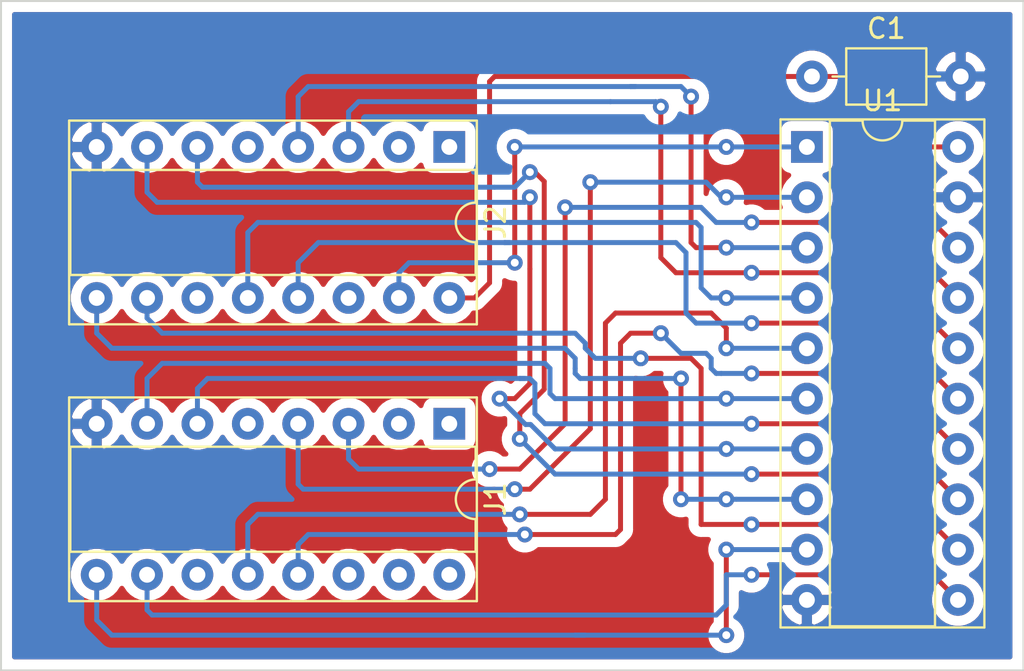
<source format=kicad_pcb>
(kicad_pcb (version 20171130) (host pcbnew 5.1.10)

  (general
    (thickness 1.6)
    (drawings 4)
    (tracks 275)
    (zones 0)
    (modules 4)
    (nets 30)
  )

  (page A4)
  (layers
    (0 F.Cu signal)
    (31 B.Cu signal)
    (32 B.Adhes user)
    (33 F.Adhes user)
    (34 B.Paste user)
    (35 F.Paste user)
    (36 B.SilkS user)
    (37 F.SilkS user)
    (38 B.Mask user)
    (39 F.Mask user)
    (40 Dwgs.User user)
    (41 Cmts.User user)
    (42 Eco1.User user)
    (43 Eco2.User user)
    (44 Edge.Cuts user)
    (45 Margin user)
    (46 B.CrtYd user)
    (47 F.CrtYd user)
    (48 B.Fab user)
    (49 F.Fab user)
  )

  (setup
    (last_trace_width 0.25)
    (user_trace_width 0.2032)
    (trace_clearance 0.2)
    (zone_clearance 0.508)
    (zone_45_only no)
    (trace_min 0.2)
    (via_size 0.8)
    (via_drill 0.4)
    (via_min_size 0.4)
    (via_min_drill 0.3)
    (uvia_size 0.3)
    (uvia_drill 0.1)
    (uvias_allowed no)
    (uvia_min_size 0.2)
    (uvia_min_drill 0.1)
    (edge_width 0.05)
    (segment_width 0.2)
    (pcb_text_width 0.3)
    (pcb_text_size 1.5 1.5)
    (mod_edge_width 0.12)
    (mod_text_size 1 1)
    (mod_text_width 0.15)
    (pad_size 1.524 1.524)
    (pad_drill 0.762)
    (pad_to_mask_clearance 0)
    (aux_axis_origin 0 0)
    (visible_elements FFFFFF7F)
    (pcbplotparams
      (layerselection 0x010fc_ffffffff)
      (usegerberextensions false)
      (usegerberattributes true)
      (usegerberadvancedattributes true)
      (creategerberjobfile true)
      (excludeedgelayer true)
      (linewidth 0.100000)
      (plotframeref false)
      (viasonmask false)
      (mode 1)
      (useauxorigin false)
      (hpglpennumber 1)
      (hpglpenspeed 20)
      (hpglpendiameter 15.000000)
      (psnegative false)
      (psa4output false)
      (plotreference true)
      (plotvalue true)
      (plotinvisibletext false)
      (padsonsilk false)
      (subtractmaskfromsilk false)
      (outputformat 1)
      (mirror false)
      (drillshape 1)
      (scaleselection 1)
      (outputdirectory ""))
  )

  (net 0 "")
  (net 1 VCC)
  (net 2 GND)
  (net 3 "Net-(J1-Pad1)")
  (net 4 BUS_D7)
  (net 5 "Net-(J1-Pad2)")
  (net 6 CPU_D7)
  (net 7 CPU_D0)
  (net 8 "Net-(J1-Pad11)")
  (net 9 BUS_D0)
  (net 10 BUS_D3)
  (net 11 "Net-(J1-Pad5)")
  (net 12 CPU_D3)
  (net 13 CPU_D4)
  (net 14 "Net-(J1-Pad14)")
  (net 15 BUS_D4)
  (net 16 CPU_DIR)
  (net 17 BUS_D5)
  (net 18 "Net-(J2-Pad14)")
  (net 19 CPU_D5)
  (net 20 CPU_D2)
  (net 21 "Net-(J2-Pad5)")
  (net 22 BUS_D2)
  (net 23 BUS_D1)
  (net 24 "Net-(J2-Pad11)")
  (net 25 CPU_D1)
  (net 26 CPU_D6)
  (net 27 "Net-(J2-Pad2)")
  (net 28 BUS_D6)
  (net 29 "Net-(J2-Pad1)")

  (net_class Default "This is the default net class."
    (clearance 0.2)
    (trace_width 0.25)
    (via_dia 0.8)
    (via_drill 0.4)
    (uvia_dia 0.3)
    (uvia_drill 0.1)
    (add_net BUS_D0)
    (add_net BUS_D1)
    (add_net BUS_D2)
    (add_net BUS_D3)
    (add_net BUS_D4)
    (add_net BUS_D5)
    (add_net BUS_D6)
    (add_net BUS_D7)
    (add_net CPU_D0)
    (add_net CPU_D1)
    (add_net CPU_D2)
    (add_net CPU_D3)
    (add_net CPU_D4)
    (add_net CPU_D5)
    (add_net CPU_D6)
    (add_net CPU_D7)
    (add_net CPU_DIR)
    (add_net GND)
    (add_net "Net-(J1-Pad1)")
    (add_net "Net-(J1-Pad11)")
    (add_net "Net-(J1-Pad14)")
    (add_net "Net-(J1-Pad2)")
    (add_net "Net-(J1-Pad5)")
    (add_net "Net-(J2-Pad1)")
    (add_net "Net-(J2-Pad11)")
    (add_net "Net-(J2-Pad14)")
    (add_net "Net-(J2-Pad2)")
    (add_net "Net-(J2-Pad5)")
    (add_net VCC)
  )

  (module Capacitor_THT:C_Axial_L3.8mm_D2.6mm_P7.50mm_Horizontal (layer F.Cu) (tedit 5AE50EF0) (tstamp 60C6BA00)
    (at 52.832 15.748)
    (descr "C, Axial series, Axial, Horizontal, pin pitch=7.5mm, , length*diameter=3.8*2.6mm^2, http://www.vishay.com/docs/45231/arseries.pdf")
    (tags "C Axial series Axial Horizontal pin pitch 7.5mm  length 3.8mm diameter 2.6mm")
    (path /60C81F5A)
    (fp_text reference C1 (at 3.75 -2.42) (layer F.SilkS)
      (effects (font (size 1 1) (thickness 0.15)))
    )
    (fp_text value 0.1uF (at 3.75 2.42) (layer F.Fab)
      (effects (font (size 1 1) (thickness 0.15)))
    )
    (fp_line (start 8.55 -1.55) (end -1.05 -1.55) (layer F.CrtYd) (width 0.05))
    (fp_line (start 8.55 1.55) (end 8.55 -1.55) (layer F.CrtYd) (width 0.05))
    (fp_line (start -1.05 1.55) (end 8.55 1.55) (layer F.CrtYd) (width 0.05))
    (fp_line (start -1.05 -1.55) (end -1.05 1.55) (layer F.CrtYd) (width 0.05))
    (fp_line (start 6.46 0) (end 5.77 0) (layer F.SilkS) (width 0.12))
    (fp_line (start 1.04 0) (end 1.73 0) (layer F.SilkS) (width 0.12))
    (fp_line (start 5.77 -1.42) (end 1.73 -1.42) (layer F.SilkS) (width 0.12))
    (fp_line (start 5.77 1.42) (end 5.77 -1.42) (layer F.SilkS) (width 0.12))
    (fp_line (start 1.73 1.42) (end 5.77 1.42) (layer F.SilkS) (width 0.12))
    (fp_line (start 1.73 -1.42) (end 1.73 1.42) (layer F.SilkS) (width 0.12))
    (fp_line (start 7.5 0) (end 5.65 0) (layer F.Fab) (width 0.1))
    (fp_line (start 0 0) (end 1.85 0) (layer F.Fab) (width 0.1))
    (fp_line (start 5.65 -1.3) (end 1.85 -1.3) (layer F.Fab) (width 0.1))
    (fp_line (start 5.65 1.3) (end 5.65 -1.3) (layer F.Fab) (width 0.1))
    (fp_line (start 1.85 1.3) (end 5.65 1.3) (layer F.Fab) (width 0.1))
    (fp_line (start 1.85 -1.3) (end 1.85 1.3) (layer F.Fab) (width 0.1))
    (fp_text user %R (at 3.75 0) (layer F.Fab)
      (effects (font (size 0.76 0.76) (thickness 0.114)))
    )
    (pad 1 thru_hole circle (at 0 0) (size 1.6 1.6) (drill 0.8) (layers *.Cu *.Mask)
      (net 1 VCC))
    (pad 2 thru_hole oval (at 7.5 0) (size 1.6 1.6) (drill 0.8) (layers *.Cu *.Mask)
      (net 2 GND))
    (model ${KISYS3DMOD}/Capacitor_THT.3dshapes/C_Axial_L3.8mm_D2.6mm_P7.50mm_Horizontal.wrl
      (at (xyz 0 0 0))
      (scale (xyz 1 1 1))
      (rotate (xyz 0 0 0))
    )
  )

  (module Package_DIP:DIP-16_W7.62mm_Socket (layer F.Cu) (tedit 5A02E8C5) (tstamp 60C6B994)
    (at 34.544 33.274 270)
    (descr "16-lead though-hole mounted DIP package, row spacing 7.62 mm (300 mils), Socket")
    (tags "THT DIP DIL PDIP 2.54mm 7.62mm 300mil Socket")
    (path /60C82734)
    (fp_text reference J1 (at 3.81 -2.33 90) (layer F.SilkS)
      (effects (font (size 1 1) (thickness 0.15)))
    )
    (fp_text value "8T28 H11" (at 3.81 20.11 90) (layer F.Fab)
      (effects (font (size 1 1) (thickness 0.15)))
    )
    (fp_line (start 9.15 -1.6) (end -1.55 -1.6) (layer F.CrtYd) (width 0.05))
    (fp_line (start 9.15 19.4) (end 9.15 -1.6) (layer F.CrtYd) (width 0.05))
    (fp_line (start -1.55 19.4) (end 9.15 19.4) (layer F.CrtYd) (width 0.05))
    (fp_line (start -1.55 -1.6) (end -1.55 19.4) (layer F.CrtYd) (width 0.05))
    (fp_line (start 8.95 -1.39) (end -1.33 -1.39) (layer F.SilkS) (width 0.12))
    (fp_line (start 8.95 19.17) (end 8.95 -1.39) (layer F.SilkS) (width 0.12))
    (fp_line (start -1.33 19.17) (end 8.95 19.17) (layer F.SilkS) (width 0.12))
    (fp_line (start -1.33 -1.39) (end -1.33 19.17) (layer F.SilkS) (width 0.12))
    (fp_line (start 6.46 -1.33) (end 4.81 -1.33) (layer F.SilkS) (width 0.12))
    (fp_line (start 6.46 19.11) (end 6.46 -1.33) (layer F.SilkS) (width 0.12))
    (fp_line (start 1.16 19.11) (end 6.46 19.11) (layer F.SilkS) (width 0.12))
    (fp_line (start 1.16 -1.33) (end 1.16 19.11) (layer F.SilkS) (width 0.12))
    (fp_line (start 2.81 -1.33) (end 1.16 -1.33) (layer F.SilkS) (width 0.12))
    (fp_line (start 8.89 -1.33) (end -1.27 -1.33) (layer F.Fab) (width 0.1))
    (fp_line (start 8.89 19.11) (end 8.89 -1.33) (layer F.Fab) (width 0.1))
    (fp_line (start -1.27 19.11) (end 8.89 19.11) (layer F.Fab) (width 0.1))
    (fp_line (start -1.27 -1.33) (end -1.27 19.11) (layer F.Fab) (width 0.1))
    (fp_line (start 0.635 -0.27) (end 1.635 -1.27) (layer F.Fab) (width 0.1))
    (fp_line (start 0.635 19.05) (end 0.635 -0.27) (layer F.Fab) (width 0.1))
    (fp_line (start 6.985 19.05) (end 0.635 19.05) (layer F.Fab) (width 0.1))
    (fp_line (start 6.985 -1.27) (end 6.985 19.05) (layer F.Fab) (width 0.1))
    (fp_line (start 1.635 -1.27) (end 6.985 -1.27) (layer F.Fab) (width 0.1))
    (fp_arc (start 3.81 -1.33) (end 2.81 -1.33) (angle -180) (layer F.SilkS) (width 0.12))
    (fp_text user %R (at 3.81 8.89 90) (layer F.Fab)
      (effects (font (size 1 1) (thickness 0.15)))
    )
    (pad 1 thru_hole rect (at 0 0 270) (size 1.6 1.6) (drill 0.8) (layers *.Cu *.Mask)
      (net 3 "Net-(J1-Pad1)"))
    (pad 9 thru_hole oval (at 7.62 17.78 270) (size 1.6 1.6) (drill 0.8) (layers *.Cu *.Mask)
      (net 4 BUS_D7))
    (pad 2 thru_hole oval (at 0 2.54 270) (size 1.6 1.6) (drill 0.8) (layers *.Cu *.Mask)
      (net 5 "Net-(J1-Pad2)"))
    (pad 10 thru_hole oval (at 7.62 15.24 270) (size 1.6 1.6) (drill 0.8) (layers *.Cu *.Mask)
      (net 6 CPU_D7))
    (pad 3 thru_hole oval (at 0 5.08 270) (size 1.6 1.6) (drill 0.8) (layers *.Cu *.Mask)
      (net 7 CPU_D0))
    (pad 11 thru_hole oval (at 7.62 12.7 270) (size 1.6 1.6) (drill 0.8) (layers *.Cu *.Mask)
      (net 8 "Net-(J1-Pad11)"))
    (pad 4 thru_hole oval (at 0 7.62 270) (size 1.6 1.6) (drill 0.8) (layers *.Cu *.Mask)
      (net 9 BUS_D0))
    (pad 12 thru_hole oval (at 7.62 10.16 270) (size 1.6 1.6) (drill 0.8) (layers *.Cu *.Mask)
      (net 10 BUS_D3))
    (pad 5 thru_hole oval (at 0 10.16 270) (size 1.6 1.6) (drill 0.8) (layers *.Cu *.Mask)
      (net 11 "Net-(J1-Pad5)"))
    (pad 13 thru_hole oval (at 7.62 7.62 270) (size 1.6 1.6) (drill 0.8) (layers *.Cu *.Mask)
      (net 12 CPU_D3))
    (pad 6 thru_hole oval (at 0 12.7 270) (size 1.6 1.6) (drill 0.8) (layers *.Cu *.Mask)
      (net 13 CPU_D4))
    (pad 14 thru_hole oval (at 7.62 5.08 270) (size 1.6 1.6) (drill 0.8) (layers *.Cu *.Mask)
      (net 14 "Net-(J1-Pad14)"))
    (pad 7 thru_hole oval (at 0 15.24 270) (size 1.6 1.6) (drill 0.8) (layers *.Cu *.Mask)
      (net 15 BUS_D4))
    (pad 15 thru_hole oval (at 7.62 2.54 270) (size 1.6 1.6) (drill 0.8) (layers *.Cu *.Mask)
      (net 16 CPU_DIR))
    (pad 8 thru_hole oval (at 0 17.78 270) (size 1.6 1.6) (drill 0.8) (layers *.Cu *.Mask)
      (net 2 GND))
    (pad 16 thru_hole oval (at 7.62 0 270) (size 1.6 1.6) (drill 0.8) (layers *.Cu *.Mask)
      (net 1 VCC))
    (model ${KISYS3DMOD}/Package_DIP.3dshapes/DIP-16_W7.62mm_Socket.wrl
      (at (xyz 0 0 0))
      (scale (xyz 1 1 1))
      (rotate (xyz 0 0 0))
    )
  )

  (module Package_DIP:DIP-16_W7.62mm_Socket (layer F.Cu) (tedit 5A02E8C5) (tstamp 60C6B913)
    (at 34.544 19.304 270)
    (descr "16-lead though-hole mounted DIP package, row spacing 7.62 mm (300 mils), Socket")
    (tags "THT DIP DIL PDIP 2.54mm 7.62mm 300mil Socket")
    (path /60C83112)
    (fp_text reference J2 (at 3.81 -2.33 90) (layer F.SilkS)
      (effects (font (size 1 1) (thickness 0.15)))
    )
    (fp_text value "8T28 H10" (at 3.81 20.11 90) (layer F.Fab)
      (effects (font (size 1 1) (thickness 0.15)))
    )
    (fp_text user %R (at 3.81 8.89 90) (layer F.Fab)
      (effects (font (size 1 1) (thickness 0.15)))
    )
    (fp_arc (start 3.81 -1.33) (end 2.81 -1.33) (angle -180) (layer F.SilkS) (width 0.12))
    (fp_line (start 1.635 -1.27) (end 6.985 -1.27) (layer F.Fab) (width 0.1))
    (fp_line (start 6.985 -1.27) (end 6.985 19.05) (layer F.Fab) (width 0.1))
    (fp_line (start 6.985 19.05) (end 0.635 19.05) (layer F.Fab) (width 0.1))
    (fp_line (start 0.635 19.05) (end 0.635 -0.27) (layer F.Fab) (width 0.1))
    (fp_line (start 0.635 -0.27) (end 1.635 -1.27) (layer F.Fab) (width 0.1))
    (fp_line (start -1.27 -1.33) (end -1.27 19.11) (layer F.Fab) (width 0.1))
    (fp_line (start -1.27 19.11) (end 8.89 19.11) (layer F.Fab) (width 0.1))
    (fp_line (start 8.89 19.11) (end 8.89 -1.33) (layer F.Fab) (width 0.1))
    (fp_line (start 8.89 -1.33) (end -1.27 -1.33) (layer F.Fab) (width 0.1))
    (fp_line (start 2.81 -1.33) (end 1.16 -1.33) (layer F.SilkS) (width 0.12))
    (fp_line (start 1.16 -1.33) (end 1.16 19.11) (layer F.SilkS) (width 0.12))
    (fp_line (start 1.16 19.11) (end 6.46 19.11) (layer F.SilkS) (width 0.12))
    (fp_line (start 6.46 19.11) (end 6.46 -1.33) (layer F.SilkS) (width 0.12))
    (fp_line (start 6.46 -1.33) (end 4.81 -1.33) (layer F.SilkS) (width 0.12))
    (fp_line (start -1.33 -1.39) (end -1.33 19.17) (layer F.SilkS) (width 0.12))
    (fp_line (start -1.33 19.17) (end 8.95 19.17) (layer F.SilkS) (width 0.12))
    (fp_line (start 8.95 19.17) (end 8.95 -1.39) (layer F.SilkS) (width 0.12))
    (fp_line (start 8.95 -1.39) (end -1.33 -1.39) (layer F.SilkS) (width 0.12))
    (fp_line (start -1.55 -1.6) (end -1.55 19.4) (layer F.CrtYd) (width 0.05))
    (fp_line (start -1.55 19.4) (end 9.15 19.4) (layer F.CrtYd) (width 0.05))
    (fp_line (start 9.15 19.4) (end 9.15 -1.6) (layer F.CrtYd) (width 0.05))
    (fp_line (start 9.15 -1.6) (end -1.55 -1.6) (layer F.CrtYd) (width 0.05))
    (pad 16 thru_hole oval (at 7.62 0 270) (size 1.6 1.6) (drill 0.8) (layers *.Cu *.Mask)
      (net 1 VCC))
    (pad 8 thru_hole oval (at 0 17.78 270) (size 1.6 1.6) (drill 0.8) (layers *.Cu *.Mask)
      (net 2 GND))
    (pad 15 thru_hole oval (at 7.62 2.54 270) (size 1.6 1.6) (drill 0.8) (layers *.Cu *.Mask)
      (net 16 CPU_DIR))
    (pad 7 thru_hole oval (at 0 15.24 270) (size 1.6 1.6) (drill 0.8) (layers *.Cu *.Mask)
      (net 17 BUS_D5))
    (pad 14 thru_hole oval (at 7.62 5.08 270) (size 1.6 1.6) (drill 0.8) (layers *.Cu *.Mask)
      (net 18 "Net-(J2-Pad14)"))
    (pad 6 thru_hole oval (at 0 12.7 270) (size 1.6 1.6) (drill 0.8) (layers *.Cu *.Mask)
      (net 19 CPU_D5))
    (pad 13 thru_hole oval (at 7.62 7.62 270) (size 1.6 1.6) (drill 0.8) (layers *.Cu *.Mask)
      (net 20 CPU_D2))
    (pad 5 thru_hole oval (at 0 10.16 270) (size 1.6 1.6) (drill 0.8) (layers *.Cu *.Mask)
      (net 21 "Net-(J2-Pad5)"))
    (pad 12 thru_hole oval (at 7.62 10.16 270) (size 1.6 1.6) (drill 0.8) (layers *.Cu *.Mask)
      (net 22 BUS_D2))
    (pad 4 thru_hole oval (at 0 7.62 270) (size 1.6 1.6) (drill 0.8) (layers *.Cu *.Mask)
      (net 23 BUS_D1))
    (pad 11 thru_hole oval (at 7.62 12.7 270) (size 1.6 1.6) (drill 0.8) (layers *.Cu *.Mask)
      (net 24 "Net-(J2-Pad11)"))
    (pad 3 thru_hole oval (at 0 5.08 270) (size 1.6 1.6) (drill 0.8) (layers *.Cu *.Mask)
      (net 25 CPU_D1))
    (pad 10 thru_hole oval (at 7.62 15.24 270) (size 1.6 1.6) (drill 0.8) (layers *.Cu *.Mask)
      (net 26 CPU_D6))
    (pad 2 thru_hole oval (at 0 2.54 270) (size 1.6 1.6) (drill 0.8) (layers *.Cu *.Mask)
      (net 27 "Net-(J2-Pad2)"))
    (pad 9 thru_hole oval (at 7.62 17.78 270) (size 1.6 1.6) (drill 0.8) (layers *.Cu *.Mask)
      (net 28 BUS_D6))
    (pad 1 thru_hole rect (at 0 0 270) (size 1.6 1.6) (drill 0.8) (layers *.Cu *.Mask)
      (net 29 "Net-(J2-Pad1)"))
    (model ${KISYS3DMOD}/Package_DIP.3dshapes/DIP-16_W7.62mm_Socket.wrl
      (at (xyz 0 0 0))
      (scale (xyz 1 1 1))
      (rotate (xyz 0 0 0))
    )
  )

  (module Package_DIP:DIP-20_W7.62mm_Socket (layer F.Cu) (tedit 5A02E8C5) (tstamp 60C6B88A)
    (at 52.578 19.304)
    (descr "20-lead though-hole mounted DIP package, row spacing 7.62 mm (300 mils), Socket")
    (tags "THT DIP DIL PDIP 2.54mm 7.62mm 300mil Socket")
    (path /60C81A2E)
    (fp_text reference U1 (at 3.81 -2.33) (layer F.SilkS)
      (effects (font (size 1 1) (thickness 0.15)))
    )
    (fp_text value 74LS245 (at 3.81 25.19) (layer F.Fab)
      (effects (font (size 1 1) (thickness 0.15)))
    )
    (fp_line (start 9.15 -1.6) (end -1.55 -1.6) (layer F.CrtYd) (width 0.05))
    (fp_line (start 9.15 24.45) (end 9.15 -1.6) (layer F.CrtYd) (width 0.05))
    (fp_line (start -1.55 24.45) (end 9.15 24.45) (layer F.CrtYd) (width 0.05))
    (fp_line (start -1.55 -1.6) (end -1.55 24.45) (layer F.CrtYd) (width 0.05))
    (fp_line (start 8.95 -1.39) (end -1.33 -1.39) (layer F.SilkS) (width 0.12))
    (fp_line (start 8.95 24.25) (end 8.95 -1.39) (layer F.SilkS) (width 0.12))
    (fp_line (start -1.33 24.25) (end 8.95 24.25) (layer F.SilkS) (width 0.12))
    (fp_line (start -1.33 -1.39) (end -1.33 24.25) (layer F.SilkS) (width 0.12))
    (fp_line (start 6.46 -1.33) (end 4.81 -1.33) (layer F.SilkS) (width 0.12))
    (fp_line (start 6.46 24.19) (end 6.46 -1.33) (layer F.SilkS) (width 0.12))
    (fp_line (start 1.16 24.19) (end 6.46 24.19) (layer F.SilkS) (width 0.12))
    (fp_line (start 1.16 -1.33) (end 1.16 24.19) (layer F.SilkS) (width 0.12))
    (fp_line (start 2.81 -1.33) (end 1.16 -1.33) (layer F.SilkS) (width 0.12))
    (fp_line (start 8.89 -1.33) (end -1.27 -1.33) (layer F.Fab) (width 0.1))
    (fp_line (start 8.89 24.19) (end 8.89 -1.33) (layer F.Fab) (width 0.1))
    (fp_line (start -1.27 24.19) (end 8.89 24.19) (layer F.Fab) (width 0.1))
    (fp_line (start -1.27 -1.33) (end -1.27 24.19) (layer F.Fab) (width 0.1))
    (fp_line (start 0.635 -0.27) (end 1.635 -1.27) (layer F.Fab) (width 0.1))
    (fp_line (start 0.635 24.13) (end 0.635 -0.27) (layer F.Fab) (width 0.1))
    (fp_line (start 6.985 24.13) (end 0.635 24.13) (layer F.Fab) (width 0.1))
    (fp_line (start 6.985 -1.27) (end 6.985 24.13) (layer F.Fab) (width 0.1))
    (fp_line (start 1.635 -1.27) (end 6.985 -1.27) (layer F.Fab) (width 0.1))
    (fp_arc (start 3.81 -1.33) (end 2.81 -1.33) (angle -180) (layer F.SilkS) (width 0.12))
    (fp_text user %R (at 3.81 11.43) (layer F.Fab)
      (effects (font (size 1 1) (thickness 0.15)))
    )
    (pad 1 thru_hole rect (at 0 0) (size 1.6 1.6) (drill 0.8) (layers *.Cu *.Mask)
      (net 16 CPU_DIR))
    (pad 11 thru_hole oval (at 7.62 22.86) (size 1.6 1.6) (drill 0.8) (layers *.Cu *.Mask)
      (net 6 CPU_D7))
    (pad 2 thru_hole oval (at 0 2.54) (size 1.6 1.6) (drill 0.8) (layers *.Cu *.Mask)
      (net 9 BUS_D0))
    (pad 12 thru_hole oval (at 7.62 20.32) (size 1.6 1.6) (drill 0.8) (layers *.Cu *.Mask)
      (net 26 CPU_D6))
    (pad 3 thru_hole oval (at 0 5.08) (size 1.6 1.6) (drill 0.8) (layers *.Cu *.Mask)
      (net 23 BUS_D1))
    (pad 13 thru_hole oval (at 7.62 17.78) (size 1.6 1.6) (drill 0.8) (layers *.Cu *.Mask)
      (net 19 CPU_D5))
    (pad 4 thru_hole oval (at 0 7.62) (size 1.6 1.6) (drill 0.8) (layers *.Cu *.Mask)
      (net 22 BUS_D2))
    (pad 14 thru_hole oval (at 7.62 15.24) (size 1.6 1.6) (drill 0.8) (layers *.Cu *.Mask)
      (net 13 CPU_D4))
    (pad 5 thru_hole oval (at 0 10.16) (size 1.6 1.6) (drill 0.8) (layers *.Cu *.Mask)
      (net 10 BUS_D3))
    (pad 15 thru_hole oval (at 7.62 12.7) (size 1.6 1.6) (drill 0.8) (layers *.Cu *.Mask)
      (net 12 CPU_D3))
    (pad 6 thru_hole oval (at 0 12.7) (size 1.6 1.6) (drill 0.8) (layers *.Cu *.Mask)
      (net 15 BUS_D4))
    (pad 16 thru_hole oval (at 7.62 10.16) (size 1.6 1.6) (drill 0.8) (layers *.Cu *.Mask)
      (net 20 CPU_D2))
    (pad 7 thru_hole oval (at 0 15.24) (size 1.6 1.6) (drill 0.8) (layers *.Cu *.Mask)
      (net 17 BUS_D5))
    (pad 17 thru_hole oval (at 7.62 7.62) (size 1.6 1.6) (drill 0.8) (layers *.Cu *.Mask)
      (net 25 CPU_D1))
    (pad 8 thru_hole oval (at 0 17.78) (size 1.6 1.6) (drill 0.8) (layers *.Cu *.Mask)
      (net 28 BUS_D6))
    (pad 18 thru_hole oval (at 7.62 5.08) (size 1.6 1.6) (drill 0.8) (layers *.Cu *.Mask)
      (net 7 CPU_D0))
    (pad 9 thru_hole oval (at 0 20.32) (size 1.6 1.6) (drill 0.8) (layers *.Cu *.Mask)
      (net 4 BUS_D7))
    (pad 19 thru_hole oval (at 7.62 2.54) (size 1.6 1.6) (drill 0.8) (layers *.Cu *.Mask)
      (net 2 GND))
    (pad 10 thru_hole oval (at 0 22.86) (size 1.6 1.6) (drill 0.8) (layers *.Cu *.Mask)
      (net 2 GND))
    (pad 20 thru_hole oval (at 7.62 0) (size 1.6 1.6) (drill 0.8) (layers *.Cu *.Mask)
      (net 1 VCC))
    (model ${KISYS3DMOD}/Package_DIP.3dshapes/DIP-20_W7.62mm_Socket.wrl
      (at (xyz 0 0 0))
      (scale (xyz 1 1 1))
      (rotate (xyz 0 0 0))
    )
  )

  (gr_line (start 63.5 11.938) (end 63.5 45.72) (layer Edge.Cuts) (width 0.1))
  (gr_line (start 11.938 11.938) (end 63.5 11.938) (layer Edge.Cuts) (width 0.1))
  (gr_line (start 11.938 45.72) (end 11.938 11.938) (layer Edge.Cuts) (width 0.1))
  (gr_line (start 63.5 45.72) (end 11.938 45.72) (layer Edge.Cuts) (width 0.1))

  (segment (start 34.544 26.924) (end 35.814 26.924) (width 0.25) (layer F.Cu) (net 1))
  (segment (start 35.814 26.924) (end 36.576 26.162) (width 0.25) (layer F.Cu) (net 1))
  (segment (start 36.576 26.162) (end 36.576 16.002) (width 0.25) (layer F.Cu) (net 1))
  (segment (start 36.83 15.748) (end 52.832 15.748) (width 0.25) (layer F.Cu) (net 1))
  (segment (start 36.576 16.002) (end 36.83 15.748) (width 0.25) (layer F.Cu) (net 1))
  (segment (start 52.832 15.748) (end 58.166 15.748) (width 0.25) (layer F.Cu) (net 1))
  (segment (start 58.166 15.748) (end 58.42 16.002) (width 0.25) (layer F.Cu) (net 1))
  (segment (start 58.42 16.002) (end 58.42 19.05) (width 0.25) (layer F.Cu) (net 1))
  (segment (start 58.674 19.304) (end 60.198 19.304) (width 0.25) (layer F.Cu) (net 1))
  (segment (start 58.42 19.05) (end 58.674 19.304) (width 0.25) (layer F.Cu) (net 1))
  (via (at 49.784 23.114) (size 0.8) (drill 0.4) (layers F.Cu B.Cu) (net 7))
  (via (at 49.784 25.654) (size 0.8) (drill 0.4) (layers F.Cu B.Cu) (net 25))
  (via (at 49.784 28.194) (size 0.8) (drill 0.4) (layers F.Cu B.Cu) (net 20))
  (via (at 49.784 30.734) (size 0.8) (drill 0.4) (layers F.Cu B.Cu) (net 12))
  (via (at 49.784 33.274) (size 0.8) (drill 0.4) (layers F.Cu B.Cu) (net 13))
  (via (at 49.784 35.814) (size 0.8) (drill 0.4) (layers F.Cu B.Cu) (net 19))
  (via (at 49.784 38.354) (size 0.8) (drill 0.4) (layers F.Cu B.Cu) (net 26))
  (via (at 49.784 40.894) (size 0.8) (drill 0.4) (layers F.Cu B.Cu) (net 6))
  (segment (start 52.578 39.624) (end 48.514 39.624) (width 0.25) (layer B.Cu) (net 4))
  (segment (start 48.514 39.624) (end 48.514 39.624) (width 0.25) (layer B.Cu) (net 4) (tstamp 60C6BEBC))
  (via (at 48.514 39.624) (size 0.8) (drill 0.4) (layers F.Cu B.Cu) (net 4))
  (segment (start 16.764 40.894) (end 16.764 43.18) (width 0.25) (layer B.Cu) (net 4))
  (segment (start 16.764 43.18) (end 17.526 43.942) (width 0.25) (layer B.Cu) (net 4))
  (segment (start 40.894 43.942) (end 48.514 43.942) (width 0.25) (layer B.Cu) (net 4))
  (segment (start 17.526 43.942) (end 40.894 43.942) (width 0.25) (layer B.Cu) (net 4))
  (segment (start 40.894 43.942) (end 41.402 43.942) (width 0.25) (layer B.Cu) (net 4))
  (segment (start 48.514 43.942) (end 48.514 43.942) (width 0.25) (layer B.Cu) (net 4) (tstamp 60C961C2))
  (via (at 48.514 43.942) (size 0.8) (drill 0.4) (layers F.Cu B.Cu) (net 4))
  (segment (start 48.514 39.624) (end 48.514 43.942) (width 0.25) (layer F.Cu) (net 4))
  (segment (start 58.928 40.894) (end 57.912 40.894) (width 0.25) (layer F.Cu) (net 6))
  (segment (start 60.198 42.164) (end 58.928 40.894) (width 0.25) (layer F.Cu) (net 6))
  (segment (start 57.912 40.894) (end 58.166 40.894) (width 0.25) (layer F.Cu) (net 6))
  (segment (start 49.784 40.894) (end 57.912 40.894) (width 0.25) (layer F.Cu) (net 6))
  (segment (start 19.304 40.894) (end 19.304 42.418) (width 0.25) (layer B.Cu) (net 6))
  (segment (start 19.304 42.418) (end 19.304 42.672) (width 0.25) (layer B.Cu) (net 6))
  (segment (start 19.304 42.672) (end 19.558 42.926) (width 0.25) (layer B.Cu) (net 6))
  (segment (start 49.784 40.894) (end 48.514 40.894) (width 0.25) (layer B.Cu) (net 6))
  (segment (start 48.514 40.894) (end 48.514 42.418) (width 0.25) (layer B.Cu) (net 6))
  (segment (start 19.558 42.926) (end 37.592 42.926) (width 0.25) (layer B.Cu) (net 6))
  (segment (start 37.592 42.926) (end 48.006 42.926) (width 0.25) (layer B.Cu) (net 6))
  (segment (start 37.592 42.926) (end 37.846 42.926) (width 0.25) (layer B.Cu) (net 6))
  (segment (start 48.006 42.926) (end 48.514 42.418) (width 0.25) (layer B.Cu) (net 6))
  (segment (start 60.198 24.384) (end 58.928 23.114) (width 0.25) (layer F.Cu) (net 7))
  (segment (start 58.928 23.114) (end 49.784 23.114) (width 0.25) (layer F.Cu) (net 7))
  (segment (start 29.464 33.274) (end 29.464 34.798) (width 0.25) (layer B.Cu) (net 7))
  (segment (start 29.464 34.798) (end 29.464 35.052) (width 0.25) (layer B.Cu) (net 7))
  (segment (start 29.464 35.052) (end 29.972 35.56) (width 0.25) (layer B.Cu) (net 7))
  (segment (start 29.972 35.56) (end 36.576 35.56) (width 0.25) (layer B.Cu) (net 7))
  (segment (start 36.576 35.56) (end 36.576 35.56) (width 0.25) (layer B.Cu) (net 7) (tstamp 60C963F9))
  (via (at 36.576 35.56) (size 0.8) (drill 0.4) (layers F.Cu B.Cu) (net 7))
  (segment (start 36.576 35.56) (end 38.1 35.56) (width 0.25) (layer F.Cu) (net 7))
  (segment (start 38.1 35.56) (end 40.386 33.274) (width 0.25) (layer F.Cu) (net 7))
  (segment (start 40.386 33.274) (end 40.386 22.352) (width 0.25) (layer F.Cu) (net 7))
  (segment (start 40.386 22.352) (end 40.386 22.352) (width 0.25) (layer F.Cu) (net 7) (tstamp 60C96432))
  (via (at 40.386 22.352) (size 0.8) (drill 0.4) (layers F.Cu B.Cu) (net 7))
  (segment (start 48.006 23.114) (end 49.784 23.114) (width 0.25) (layer B.Cu) (net 7))
  (segment (start 47.244 22.352) (end 48.006 23.114) (width 0.25) (layer B.Cu) (net 7))
  (segment (start 40.386 22.352) (end 47.244 22.352) (width 0.25) (layer B.Cu) (net 7))
  (segment (start 52.578 21.844) (end 48.514 21.844) (width 0.25) (layer B.Cu) (net 9))
  (segment (start 48.514 21.844) (end 48.514 21.844) (width 0.25) (layer B.Cu) (net 9) (tstamp 60C6BECA))
  (via (at 48.514 21.844) (size 0.8) (drill 0.4) (layers F.Cu B.Cu) (net 9))
  (segment (start 26.924 33.274) (end 26.924 36.322) (width 0.25) (layer B.Cu) (net 9))
  (segment (start 26.924 36.322) (end 27.178 36.576) (width 0.25) (layer B.Cu) (net 9))
  (segment (start 27.178 36.576) (end 37.846 36.576) (width 0.25) (layer B.Cu) (net 9))
  (segment (start 37.846 36.576) (end 37.846 36.576) (width 0.25) (layer B.Cu) (net 9) (tstamp 60C963EB))
  (via (at 37.846 36.576) (size 0.8) (drill 0.4) (layers F.Cu B.Cu) (net 9))
  (segment (start 48.514 21.844) (end 48.26 21.844) (width 0.25) (layer B.Cu) (net 9))
  (segment (start 48.26 21.844) (end 47.498 21.082) (width 0.25) (layer B.Cu) (net 9))
  (segment (start 47.498 21.082) (end 41.656 21.082) (width 0.25) (layer B.Cu) (net 9))
  (segment (start 41.656 21.082) (end 41.656 21.082) (width 0.25) (layer B.Cu) (net 9) (tstamp 60C9645B))
  (via (at 41.656 21.082) (size 0.8) (drill 0.4) (layers F.Cu B.Cu) (net 9))
  (segment (start 41.656 21.082) (end 41.656 33.528) (width 0.25) (layer F.Cu) (net 9))
  (segment (start 38.608 36.576) (end 41.656 33.528) (width 0.25) (layer F.Cu) (net 9))
  (segment (start 37.846 36.576) (end 38.608 36.576) (width 0.25) (layer F.Cu) (net 9))
  (segment (start 52.578 29.464) (end 48.514 29.464) (width 0.25) (layer B.Cu) (net 10))
  (segment (start 48.514 29.464) (end 48.514 29.464) (width 0.25) (layer B.Cu) (net 10) (tstamp 60C6BEC4))
  (via (at 48.514 29.464) (size 0.8) (drill 0.4) (layers F.Cu B.Cu) (net 10))
  (segment (start 24.384 40.894) (end 24.384 38.354) (width 0.25) (layer B.Cu) (net 10))
  (segment (start 24.384 38.354) (end 24.638 38.1) (width 0.25) (layer B.Cu) (net 10))
  (segment (start 24.638 38.1) (end 24.892 37.846) (width 0.25) (layer B.Cu) (net 10))
  (segment (start 24.892 37.846) (end 38.1 37.846) (width 0.25) (layer B.Cu) (net 10))
  (segment (start 38.1 37.846) (end 38.1 37.846) (width 0.25) (layer B.Cu) (net 10) (tstamp 60C96653))
  (via (at 38.1 37.846) (size 0.8) (drill 0.4) (layers F.Cu B.Cu) (net 10))
  (segment (start 47.752 27.686) (end 48.514 28.448) (width 0.25) (layer F.Cu) (net 10))
  (segment (start 48.514 28.448) (end 48.514 29.464) (width 0.25) (layer F.Cu) (net 10))
  (segment (start 42.926 27.686) (end 47.752 27.686) (width 0.25) (layer F.Cu) (net 10))
  (segment (start 42.418 28.194) (end 42.926 27.686) (width 0.25) (layer F.Cu) (net 10))
  (segment (start 42.418 37.084) (end 42.418 28.194) (width 0.25) (layer F.Cu) (net 10))
  (segment (start 41.656 37.846) (end 42.418 37.084) (width 0.25) (layer F.Cu) (net 10))
  (segment (start 38.1 37.846) (end 41.656 37.846) (width 0.25) (layer F.Cu) (net 10))
  (segment (start 60.198 32.004) (end 58.928 30.734) (width 0.25) (layer F.Cu) (net 12))
  (segment (start 58.928 30.734) (end 49.784 30.734) (width 0.25) (layer F.Cu) (net 12))
  (segment (start 26.924 40.894) (end 26.924 39.37) (width 0.25) (layer B.Cu) (net 12))
  (segment (start 26.924 39.37) (end 27.432 38.862) (width 0.25) (layer B.Cu) (net 12))
  (segment (start 27.432 38.862) (end 38.354 38.862) (width 0.25) (layer B.Cu) (net 12))
  (segment (start 49.784 30.734) (end 48.26 30.734) (width 0.25) (layer B.Cu) (net 12))
  (segment (start 48.26 30.734) (end 48.006 30.734) (width 0.25) (layer B.Cu) (net 12))
  (segment (start 48.006 30.734) (end 47.752 30.48) (width 0.25) (layer B.Cu) (net 12))
  (segment (start 47.752 30.48) (end 47.752 29.972) (width 0.25) (layer B.Cu) (net 12))
  (segment (start 47.752 29.972) (end 47.498 29.718) (width 0.25) (layer B.Cu) (net 12))
  (segment (start 47.498 29.718) (end 46.228 29.718) (width 0.25) (layer B.Cu) (net 12))
  (segment (start 46.228 29.718) (end 45.212 28.702) (width 0.25) (layer B.Cu) (net 12))
  (segment (start 45.212 28.702) (end 45.212 28.702) (width 0.25) (layer B.Cu) (net 12) (tstamp 60C9664D))
  (via (at 45.212 28.702) (size 0.8) (drill 0.4) (layers F.Cu B.Cu) (net 12))
  (segment (start 38.354 38.862) (end 38.354 38.862) (width 0.25) (layer B.Cu) (net 12) (tstamp 60C96655))
  (via (at 38.354 38.862) (size 0.8) (drill 0.4) (layers F.Cu B.Cu) (net 12))
  (segment (start 45.212 28.702) (end 43.688 28.702) (width 0.25) (layer F.Cu) (net 12))
  (segment (start 43.688 28.702) (end 43.18 29.21) (width 0.25) (layer F.Cu) (net 12))
  (segment (start 43.18 29.21) (end 43.18 38.608) (width 0.25) (layer F.Cu) (net 12))
  (segment (start 42.926 38.862) (end 38.354 38.862) (width 0.25) (layer F.Cu) (net 12))
  (segment (start 43.18 38.608) (end 42.926 38.862) (width 0.25) (layer F.Cu) (net 12))
  (segment (start 60.198 34.544) (end 58.928 33.274) (width 0.25) (layer F.Cu) (net 13))
  (segment (start 58.928 33.274) (end 49.784 33.274) (width 0.25) (layer F.Cu) (net 13))
  (segment (start 21.844 33.274) (end 21.844 31.496) (width 0.25) (layer B.Cu) (net 13))
  (segment (start 21.844 31.496) (end 22.352 30.988) (width 0.25) (layer B.Cu) (net 13))
  (segment (start 38.1 30.988) (end 38.608 30.988) (width 0.25) (layer B.Cu) (net 13))
  (segment (start 22.352 30.988) (end 38.1 30.988) (width 0.25) (layer B.Cu) (net 13))
  (segment (start 38.1 30.988) (end 38.354 30.988) (width 0.25) (layer B.Cu) (net 13))
  (segment (start 38.608 30.988) (end 38.862 31.242) (width 0.25) (layer B.Cu) (net 13))
  (segment (start 38.862 31.242) (end 38.862 32.766) (width 0.25) (layer B.Cu) (net 13))
  (segment (start 39.37 33.274) (end 49.784 33.274) (width 0.25) (layer B.Cu) (net 13))
  (segment (start 38.862 32.766) (end 39.37 33.274) (width 0.25) (layer B.Cu) (net 13))
  (segment (start 52.578 32.004) (end 48.514 32.004) (width 0.25) (layer B.Cu) (net 15))
  (segment (start 48.514 32.004) (end 48.514 32.004) (width 0.25) (layer B.Cu) (net 15) (tstamp 60C6BEC2))
  (via (at 48.514 32.004) (size 0.8) (drill 0.4) (layers F.Cu B.Cu) (net 15))
  (segment (start 39.878 32.004) (end 48.514 32.004) (width 0.25) (layer B.Cu) (net 15))
  (segment (start 39.624 31.75) (end 39.878 32.004) (width 0.25) (layer B.Cu) (net 15))
  (segment (start 39.624 30.48) (end 39.624 31.75) (width 0.25) (layer B.Cu) (net 15))
  (segment (start 19.304 33.274) (end 19.304 30.988) (width 0.25) (layer B.Cu) (net 15))
  (segment (start 20.066 30.226) (end 39.37 30.226) (width 0.25) (layer B.Cu) (net 15))
  (segment (start 19.304 30.988) (end 20.066 30.226) (width 0.25) (layer B.Cu) (net 15))
  (segment (start 39.37 30.226) (end 39.624 30.48) (width 0.25) (layer B.Cu) (net 15))
  (segment (start 52.578 19.304) (end 48.514 19.304) (width 0.25) (layer B.Cu) (net 16))
  (segment (start 48.514 19.304) (end 48.514 19.304) (width 0.25) (layer B.Cu) (net 16) (tstamp 60C6BECC))
  (via (at 48.514 19.304) (size 0.8) (drill 0.4) (layers F.Cu B.Cu) (net 16))
  (segment (start 32.004 26.924) (end 32.004 25.654) (width 0.25) (layer B.Cu) (net 16))
  (segment (start 32.004 25.654) (end 32.512 25.146) (width 0.25) (layer B.Cu) (net 16))
  (segment (start 32.512 25.146) (end 37.846 25.146) (width 0.25) (layer B.Cu) (net 16))
  (segment (start 37.846 25.146) (end 37.846 25.146) (width 0.25) (layer B.Cu) (net 16) (tstamp 60C96203))
  (via (at 37.846 25.146) (size 0.8) (drill 0.4) (layers F.Cu B.Cu) (net 16))
  (segment (start 37.846 25.146) (end 37.846 19.304) (width 0.25) (layer F.Cu) (net 16))
  (segment (start 37.846 19.304) (end 37.846 19.304) (width 0.25) (layer F.Cu) (net 16) (tstamp 60C9621E))
  (via (at 37.846 19.304) (size 0.8) (drill 0.4) (layers F.Cu B.Cu) (net 16))
  (segment (start 37.846 19.304) (end 48.514 19.304) (width 0.25) (layer B.Cu) (net 16))
  (segment (start 52.578 34.544) (end 48.514 34.544) (width 0.25) (layer B.Cu) (net 17))
  (segment (start 48.514 34.544) (end 48.514 34.544) (width 0.25) (layer B.Cu) (net 17) (tstamp 60C6BEC0))
  (via (at 48.514 34.544) (size 0.8) (drill 0.4) (layers F.Cu B.Cu) (net 17))
  (segment (start 19.304 19.304) (end 19.304 21.59) (width 0.25) (layer B.Cu) (net 17))
  (segment (start 19.304 21.59) (end 19.812 22.098) (width 0.25) (layer B.Cu) (net 17))
  (segment (start 19.812 22.098) (end 38.1 22.098) (width 0.25) (layer B.Cu) (net 17))
  (segment (start 48.514 34.544) (end 43.942 34.544) (width 0.25) (layer B.Cu) (net 17))
  (segment (start 43.942 34.544) (end 43.942 34.544) (width 0.25) (layer B.Cu) (net 17) (tstamp 60C96475))
  (segment (start 38.1 22.098) (end 38.354 22.098) (width 0.25) (layer B.Cu) (net 17))
  (segment (start 38.354 22.098) (end 38.608 21.844) (width 0.25) (layer B.Cu) (net 17))
  (segment (start 38.608 21.844) (end 38.608 21.844) (width 0.25) (layer B.Cu) (net 17) (tstamp 60C9659A))
  (via (at 38.608 21.844) (size 0.8) (drill 0.4) (layers F.Cu B.Cu) (net 17))
  (segment (start 38.608 21.844) (end 38.608 25.457002) (width 0.25) (layer F.Cu) (net 17))
  (segment (start 38.608 25.457002) (end 38.608 31.242) (width 0.25) (layer F.Cu) (net 17))
  (segment (start 38.608 31.242) (end 37.846 32.004) (width 0.25) (layer F.Cu) (net 17))
  (segment (start 37.846 32.004) (end 37.084 32.004) (width 0.25) (layer F.Cu) (net 17))
  (segment (start 37.084 32.004) (end 37.084 32.004) (width 0.25) (layer F.Cu) (net 17) (tstamp 60C965C8))
  (via (at 37.084 32.004) (size 0.8) (drill 0.4) (layers F.Cu B.Cu) (net 17))
  (segment (start 38.390999 33.310999) (end 38.644999 33.310999) (width 0.25) (layer B.Cu) (net 17))
  (segment (start 37.084 32.004) (end 38.390999 33.310999) (width 0.25) (layer B.Cu) (net 17))
  (segment (start 39.878 34.544) (end 43.942 34.544) (width 0.25) (layer B.Cu) (net 17))
  (segment (start 38.644999 33.310999) (end 39.878 34.544) (width 0.25) (layer B.Cu) (net 17))
  (segment (start 60.198 37.084) (end 58.928 35.814) (width 0.25) (layer F.Cu) (net 19))
  (segment (start 58.928 35.814) (end 49.784 35.814) (width 0.25) (layer F.Cu) (net 19))
  (segment (start 21.844 19.304) (end 21.844 20.828) (width 0.25) (layer B.Cu) (net 19))
  (segment (start 21.844 20.828) (end 21.844 21.082) (width 0.25) (layer B.Cu) (net 19))
  (segment (start 21.844 21.082) (end 22.098 21.336) (width 0.25) (layer B.Cu) (net 19))
  (segment (start 49.784 35.814) (end 45.212 35.814) (width 0.25) (layer B.Cu) (net 19))
  (segment (start 45.212 35.814) (end 45.212 35.814) (width 0.25) (layer B.Cu) (net 19) (tstamp 60C96477))
  (segment (start 22.098 21.336) (end 36.83 21.336) (width 0.25) (layer B.Cu) (net 19))
  (segment (start 36.83 21.336) (end 37.846 21.336) (width 0.25) (layer B.Cu) (net 19))
  (segment (start 37.846 21.336) (end 38.608 20.574) (width 0.25) (layer B.Cu) (net 19))
  (segment (start 38.608 20.574) (end 38.608 20.574) (width 0.25) (layer B.Cu) (net 19) (tstamp 60C96598))
  (via (at 38.608 20.574) (size 0.8) (drill 0.4) (layers F.Cu B.Cu) (net 19))
  (segment (start 38.608 20.574) (end 38.862 20.574) (width 0.25) (layer F.Cu) (net 19))
  (segment (start 39.333001 21.045001) (end 39.333001 31.532999) (width 0.25) (layer F.Cu) (net 19))
  (segment (start 38.862 20.574) (end 39.333001 21.045001) (width 0.25) (layer F.Cu) (net 19))
  (segment (start 39.333001 31.532999) (end 38.1 32.766) (width 0.25) (layer F.Cu) (net 19))
  (segment (start 38.1 32.766) (end 38.1 33.02) (width 0.25) (layer F.Cu) (net 19))
  (segment (start 38.1 33.02) (end 38.1 33.02) (width 0.25) (layer F.Cu) (net 19) (tstamp 60C965CA))
  (segment (start 38.1 33.02) (end 38.1 34.036) (width 0.25) (layer F.Cu) (net 19))
  (segment (start 38.1 34.036) (end 38.1 34.036) (width 0.25) (layer F.Cu) (net 19) (tstamp 60C965FE))
  (via (at 38.1 34.036) (size 0.8) (drill 0.4) (layers F.Cu B.Cu) (net 19))
  (segment (start 39.878 35.814) (end 38.1 34.036) (width 0.25) (layer B.Cu) (net 19))
  (segment (start 45.212 35.814) (end 39.878 35.814) (width 0.25) (layer B.Cu) (net 19))
  (segment (start 60.198 29.464) (end 58.928 28.194) (width 0.25) (layer F.Cu) (net 20))
  (segment (start 58.928 28.194) (end 49.784 28.194) (width 0.25) (layer F.Cu) (net 20))
  (segment (start 26.924 26.924) (end 26.924 25.146) (width 0.25) (layer B.Cu) (net 20))
  (segment (start 26.924 25.146) (end 27.94 24.13) (width 0.25) (layer B.Cu) (net 20))
  (segment (start 37.338 24.13) (end 45.974 24.13) (width 0.25) (layer B.Cu) (net 20))
  (segment (start 27.94 24.13) (end 37.338 24.13) (width 0.25) (layer B.Cu) (net 20))
  (segment (start 37.338 24.13) (end 37.592 24.13) (width 0.25) (layer B.Cu) (net 20))
  (segment (start 45.974 24.13) (end 46.482 24.638) (width 0.25) (layer B.Cu) (net 20))
  (segment (start 46.482 24.638) (end 46.482 27.686) (width 0.25) (layer B.Cu) (net 20))
  (segment (start 46.99 28.194) (end 49.784 28.194) (width 0.25) (layer B.Cu) (net 20))
  (segment (start 46.482 27.686) (end 46.99 28.194) (width 0.25) (layer B.Cu) (net 20))
  (segment (start 52.578 26.924) (end 48.514 26.924) (width 0.25) (layer B.Cu) (net 22))
  (segment (start 48.514 26.924) (end 48.514 26.924) (width 0.25) (layer B.Cu) (net 22) (tstamp 60C6BEC6))
  (via (at 48.514 26.924) (size 0.8) (drill 0.4) (layers F.Cu B.Cu) (net 22))
  (segment (start 24.384 26.924) (end 24.384 23.622) (width 0.25) (layer B.Cu) (net 22))
  (segment (start 24.384 23.622) (end 24.892 23.114) (width 0.25) (layer B.Cu) (net 22))
  (segment (start 48.514 26.924) (end 47.752 26.924) (width 0.25) (layer B.Cu) (net 22))
  (segment (start 47.752 26.924) (end 47.244 26.416) (width 0.25) (layer B.Cu) (net 22))
  (segment (start 47.244 26.416) (end 47.244 23.368) (width 0.25) (layer B.Cu) (net 22))
  (segment (start 46.99 23.114) (end 37.592 23.114) (width 0.25) (layer B.Cu) (net 22))
  (segment (start 47.244 23.368) (end 46.99 23.114) (width 0.25) (layer B.Cu) (net 22))
  (segment (start 37.592 23.114) (end 37.846 23.114) (width 0.25) (layer B.Cu) (net 22))
  (segment (start 24.892 23.114) (end 37.592 23.114) (width 0.25) (layer B.Cu) (net 22))
  (segment (start 52.578 24.384) (end 48.514 24.384) (width 0.25) (layer B.Cu) (net 23))
  (segment (start 48.514 24.384) (end 48.514 24.384) (width 0.25) (layer B.Cu) (net 23) (tstamp 60C6BEC8))
  (via (at 48.514 24.384) (size 0.8) (drill 0.4) (layers F.Cu B.Cu) (net 23))
  (segment (start 26.924 19.304) (end 26.924 16.764) (width 0.25) (layer B.Cu) (net 23))
  (segment (start 26.924 16.764) (end 27.432 16.256) (width 0.25) (layer B.Cu) (net 23))
  (segment (start 43.688 16.256) (end 46.228 16.256) (width 0.25) (layer B.Cu) (net 23))
  (segment (start 27.432 16.256) (end 43.688 16.256) (width 0.25) (layer B.Cu) (net 23))
  (segment (start 43.688 16.256) (end 43.942 16.256) (width 0.25) (layer B.Cu) (net 23))
  (segment (start 46.228 16.256) (end 46.736 16.764) (width 0.25) (layer B.Cu) (net 23))
  (segment (start 46.736 16.764) (end 46.736 16.764) (width 0.25) (layer B.Cu) (net 23) (tstamp 60C96262))
  (via (at 46.736 16.764) (size 0.8) (drill 0.4) (layers F.Cu B.Cu) (net 23))
  (segment (start 46.736 16.764) (end 46.736 24.13) (width 0.25) (layer F.Cu) (net 23))
  (segment (start 46.99 24.384) (end 48.514 24.384) (width 0.25) (layer F.Cu) (net 23))
  (segment (start 46.736 24.13) (end 46.99 24.384) (width 0.25) (layer F.Cu) (net 23))
  (segment (start 60.198 26.924) (end 58.928 25.654) (width 0.25) (layer F.Cu) (net 25))
  (segment (start 58.928 25.654) (end 49.784 25.654) (width 0.25) (layer F.Cu) (net 25))
  (segment (start 29.464 19.304) (end 29.464 17.526) (width 0.25) (layer B.Cu) (net 25))
  (segment (start 29.464 17.526) (end 29.972 17.018) (width 0.25) (layer B.Cu) (net 25))
  (segment (start 29.972 17.018) (end 42.672 17.018) (width 0.25) (layer B.Cu) (net 25))
  (segment (start 42.672 17.018) (end 44.958 17.018) (width 0.25) (layer B.Cu) (net 25))
  (segment (start 44.958 17.018) (end 45.212 17.272) (width 0.25) (layer B.Cu) (net 25))
  (segment (start 45.212 17.272) (end 45.212 17.272) (width 0.25) (layer B.Cu) (net 25) (tstamp 60C9625B))
  (via (at 45.212 17.272) (size 0.8) (drill 0.4) (layers F.Cu B.Cu) (net 25))
  (segment (start 45.212 17.272) (end 45.212 24.892) (width 0.25) (layer F.Cu) (net 25))
  (segment (start 45.974 25.654) (end 49.784 25.654) (width 0.25) (layer F.Cu) (net 25))
  (segment (start 45.212 24.892) (end 45.974 25.654) (width 0.25) (layer F.Cu) (net 25))
  (segment (start 60.198 39.624) (end 58.928 38.354) (width 0.25) (layer F.Cu) (net 26))
  (segment (start 58.928 38.354) (end 49.784 38.354) (width 0.25) (layer F.Cu) (net 26))
  (segment (start 19.304 26.924) (end 19.304 27.94) (width 0.25) (layer B.Cu) (net 26))
  (segment (start 19.304 27.94) (end 20.066 28.702) (width 0.25) (layer B.Cu) (net 26))
  (segment (start 20.066 28.702) (end 38.354 28.702) (width 0.25) (layer B.Cu) (net 26))
  (segment (start 38.354 28.702) (end 40.64 28.702) (width 0.25) (layer B.Cu) (net 26))
  (segment (start 40.64 28.702) (end 40.894 28.702) (width 0.25) (layer B.Cu) (net 26))
  (segment (start 40.894 28.702) (end 41.402 29.21) (width 0.25) (layer B.Cu) (net 26))
  (segment (start 41.402 29.21) (end 41.402 29.464) (width 0.25) (layer B.Cu) (net 26))
  (segment (start 41.402 29.464) (end 41.91 29.972) (width 0.25) (layer B.Cu) (net 26))
  (segment (start 41.91 29.972) (end 44.196 29.972) (width 0.25) (layer B.Cu) (net 26))
  (segment (start 44.196 29.972) (end 44.196 29.972) (width 0.25) (layer B.Cu) (net 26) (tstamp 60C9662A))
  (via (at 44.196 29.972) (size 0.8) (drill 0.4) (layers F.Cu B.Cu) (net 26))
  (segment (start 47.244 38.354) (end 49.784 38.354) (width 0.25) (layer F.Cu) (net 26))
  (segment (start 47.244 30.48) (end 47.244 38.354) (width 0.25) (layer F.Cu) (net 26))
  (segment (start 46.736 29.972) (end 47.244 30.48) (width 0.25) (layer F.Cu) (net 26))
  (segment (start 44.196 29.972) (end 46.736 29.972) (width 0.25) (layer F.Cu) (net 26))
  (segment (start 48.514 37.084) (end 48.514 37.084) (width 0.25) (layer B.Cu) (net 28) (tstamp 60C6BEBE))
  (via (at 48.514 37.084) (size 0.8) (drill 0.4) (layers F.Cu B.Cu) (net 28))
  (segment (start 49.022 37.084) (end 48.514 37.084) (width 0.25) (layer B.Cu) (net 28))
  (segment (start 52.578 37.084) (end 49.022 37.084) (width 0.25) (layer B.Cu) (net 28))
  (segment (start 16.764 26.924) (end 16.764 28.702) (width 0.25) (layer B.Cu) (net 28))
  (segment (start 16.764 28.702) (end 17.526 29.464) (width 0.25) (layer B.Cu) (net 28))
  (segment (start 38.1 29.464) (end 40.386 29.464) (width 0.25) (layer B.Cu) (net 28))
  (segment (start 17.526 29.464) (end 38.1 29.464) (width 0.25) (layer B.Cu) (net 28))
  (segment (start 38.1 29.464) (end 38.354 29.464) (width 0.25) (layer B.Cu) (net 28))
  (segment (start 40.386 29.464) (end 40.894 29.972) (width 0.25) (layer B.Cu) (net 28))
  (segment (start 40.894 29.972) (end 40.894 30.48) (width 0.25) (layer B.Cu) (net 28))
  (segment (start 40.894 30.48) (end 40.894 30.734) (width 0.25) (layer B.Cu) (net 28))
  (segment (start 40.894 30.734) (end 41.148 30.988) (width 0.25) (layer B.Cu) (net 28))
  (segment (start 41.148 30.988) (end 46.228 30.988) (width 0.25) (layer B.Cu) (net 28))
  (segment (start 46.228 30.988) (end 46.228 30.988) (width 0.25) (layer B.Cu) (net 28) (tstamp 60C964F2))
  (via (at 46.228 30.988) (size 0.8) (drill 0.4) (layers F.Cu B.Cu) (net 28))
  (segment (start 46.228 37.084) (end 46.228 37.084) (width 0.25) (layer B.Cu) (net 28) (tstamp 60C964F4))
  (segment (start 46.228 30.988) (end 46.228 37.084) (width 0.25) (layer F.Cu) (net 28))
  (via (at 46.228 37.084) (size 0.8) (drill 0.4) (layers F.Cu B.Cu) (net 28))
  (segment (start 48.514 37.084) (end 46.228 37.084) (width 0.25) (layer B.Cu) (net 28))

  (zone (net 2) (net_name GND) (layer F.Cu) (tstamp 0) (hatch edge 0.508)
    (connect_pads (clearance 0.508))
    (min_thickness 0.254)
    (fill yes (arc_segments 32) (thermal_gap 0.508) (thermal_bridge_width 0.508))
    (polygon
      (pts
        (xy 63.5 45.72) (xy 11.938 45.72) (xy 11.938 11.938) (xy 63.5 11.938)
      )
    )
    (filled_polygon
      (pts
        (xy 62.815001 45.035) (xy 12.623 45.035) (xy 12.623 40.752665) (xy 15.329 40.752665) (xy 15.329 41.035335)
        (xy 15.384147 41.312574) (xy 15.49232 41.573727) (xy 15.649363 41.808759) (xy 15.849241 42.008637) (xy 16.084273 42.16568)
        (xy 16.345426 42.273853) (xy 16.622665 42.329) (xy 16.905335 42.329) (xy 17.182574 42.273853) (xy 17.443727 42.16568)
        (xy 17.678759 42.008637) (xy 17.878637 41.808759) (xy 18.034 41.576241) (xy 18.189363 41.808759) (xy 18.389241 42.008637)
        (xy 18.624273 42.16568) (xy 18.885426 42.273853) (xy 19.162665 42.329) (xy 19.445335 42.329) (xy 19.722574 42.273853)
        (xy 19.983727 42.16568) (xy 20.218759 42.008637) (xy 20.418637 41.808759) (xy 20.574 41.576241) (xy 20.729363 41.808759)
        (xy 20.929241 42.008637) (xy 21.164273 42.16568) (xy 21.425426 42.273853) (xy 21.702665 42.329) (xy 21.985335 42.329)
        (xy 22.262574 42.273853) (xy 22.523727 42.16568) (xy 22.758759 42.008637) (xy 22.958637 41.808759) (xy 23.114 41.576241)
        (xy 23.269363 41.808759) (xy 23.469241 42.008637) (xy 23.704273 42.16568) (xy 23.965426 42.273853) (xy 24.242665 42.329)
        (xy 24.525335 42.329) (xy 24.802574 42.273853) (xy 25.063727 42.16568) (xy 25.298759 42.008637) (xy 25.498637 41.808759)
        (xy 25.654 41.576241) (xy 25.809363 41.808759) (xy 26.009241 42.008637) (xy 26.244273 42.16568) (xy 26.505426 42.273853)
        (xy 26.782665 42.329) (xy 27.065335 42.329) (xy 27.342574 42.273853) (xy 27.603727 42.16568) (xy 27.838759 42.008637)
        (xy 28.038637 41.808759) (xy 28.194 41.576241) (xy 28.349363 41.808759) (xy 28.549241 42.008637) (xy 28.784273 42.16568)
        (xy 29.045426 42.273853) (xy 29.322665 42.329) (xy 29.605335 42.329) (xy 29.882574 42.273853) (xy 30.143727 42.16568)
        (xy 30.378759 42.008637) (xy 30.578637 41.808759) (xy 30.734 41.576241) (xy 30.889363 41.808759) (xy 31.089241 42.008637)
        (xy 31.324273 42.16568) (xy 31.585426 42.273853) (xy 31.862665 42.329) (xy 32.145335 42.329) (xy 32.422574 42.273853)
        (xy 32.683727 42.16568) (xy 32.918759 42.008637) (xy 33.118637 41.808759) (xy 33.274 41.576241) (xy 33.429363 41.808759)
        (xy 33.629241 42.008637) (xy 33.864273 42.16568) (xy 34.125426 42.273853) (xy 34.402665 42.329) (xy 34.685335 42.329)
        (xy 34.962574 42.273853) (xy 35.223727 42.16568) (xy 35.458759 42.008637) (xy 35.658637 41.808759) (xy 35.81568 41.573727)
        (xy 35.923853 41.312574) (xy 35.979 41.035335) (xy 35.979 40.752665) (xy 35.923853 40.475426) (xy 35.81568 40.214273)
        (xy 35.658637 39.979241) (xy 35.458759 39.779363) (xy 35.223727 39.62232) (xy 34.962574 39.514147) (xy 34.685335 39.459)
        (xy 34.402665 39.459) (xy 34.125426 39.514147) (xy 33.864273 39.62232) (xy 33.629241 39.779363) (xy 33.429363 39.979241)
        (xy 33.274 40.211759) (xy 33.118637 39.979241) (xy 32.918759 39.779363) (xy 32.683727 39.62232) (xy 32.422574 39.514147)
        (xy 32.145335 39.459) (xy 31.862665 39.459) (xy 31.585426 39.514147) (xy 31.324273 39.62232) (xy 31.089241 39.779363)
        (xy 30.889363 39.979241) (xy 30.734 40.211759) (xy 30.578637 39.979241) (xy 30.378759 39.779363) (xy 30.143727 39.62232)
        (xy 29.882574 39.514147) (xy 29.605335 39.459) (xy 29.322665 39.459) (xy 29.045426 39.514147) (xy 28.784273 39.62232)
        (xy 28.549241 39.779363) (xy 28.349363 39.979241) (xy 28.194 40.211759) (xy 28.038637 39.979241) (xy 27.838759 39.779363)
        (xy 27.603727 39.62232) (xy 27.342574 39.514147) (xy 27.065335 39.459) (xy 26.782665 39.459) (xy 26.505426 39.514147)
        (xy 26.244273 39.62232) (xy 26.009241 39.779363) (xy 25.809363 39.979241) (xy 25.654 40.211759) (xy 25.498637 39.979241)
        (xy 25.298759 39.779363) (xy 25.063727 39.62232) (xy 24.802574 39.514147) (xy 24.525335 39.459) (xy 24.242665 39.459)
        (xy 23.965426 39.514147) (xy 23.704273 39.62232) (xy 23.469241 39.779363) (xy 23.269363 39.979241) (xy 23.114 40.211759)
        (xy 22.958637 39.979241) (xy 22.758759 39.779363) (xy 22.523727 39.62232) (xy 22.262574 39.514147) (xy 21.985335 39.459)
        (xy 21.702665 39.459) (xy 21.425426 39.514147) (xy 21.164273 39.62232) (xy 20.929241 39.779363) (xy 20.729363 39.979241)
        (xy 20.574 40.211759) (xy 20.418637 39.979241) (xy 20.218759 39.779363) (xy 19.983727 39.62232) (xy 19.722574 39.514147)
        (xy 19.445335 39.459) (xy 19.162665 39.459) (xy 18.885426 39.514147) (xy 18.624273 39.62232) (xy 18.389241 39.779363)
        (xy 18.189363 39.979241) (xy 18.034 40.211759) (xy 17.878637 39.979241) (xy 17.678759 39.779363) (xy 17.443727 39.62232)
        (xy 17.182574 39.514147) (xy 16.905335 39.459) (xy 16.622665 39.459) (xy 16.345426 39.514147) (xy 16.084273 39.62232)
        (xy 15.849241 39.779363) (xy 15.649363 39.979241) (xy 15.49232 40.214273) (xy 15.384147 40.475426) (xy 15.329 40.752665)
        (xy 12.623 40.752665) (xy 12.623 33.62304) (xy 15.372091 33.62304) (xy 15.46693 33.887881) (xy 15.611615 34.129131)
        (xy 15.800586 34.337519) (xy 16.02658 34.505037) (xy 16.280913 34.625246) (xy 16.414961 34.665904) (xy 16.637 34.543915)
        (xy 16.637 33.401) (xy 15.493376 33.401) (xy 15.372091 33.62304) (xy 12.623 33.62304) (xy 12.623 32.92496)
        (xy 15.372091 32.92496) (xy 15.493376 33.147) (xy 16.637 33.147) (xy 16.637 32.004085) (xy 16.891 32.004085)
        (xy 16.891 33.147) (xy 16.911 33.147) (xy 16.911 33.401) (xy 16.891 33.401) (xy 16.891 34.543915)
        (xy 17.113039 34.665904) (xy 17.247087 34.625246) (xy 17.50142 34.505037) (xy 17.727414 34.337519) (xy 17.916385 34.129131)
        (xy 18.027933 33.943135) (xy 18.03232 33.953727) (xy 18.189363 34.188759) (xy 18.389241 34.388637) (xy 18.624273 34.54568)
        (xy 18.885426 34.653853) (xy 19.162665 34.709) (xy 19.445335 34.709) (xy 19.722574 34.653853) (xy 19.983727 34.54568)
        (xy 20.218759 34.388637) (xy 20.418637 34.188759) (xy 20.574 33.956241) (xy 20.729363 34.188759) (xy 20.929241 34.388637)
        (xy 21.164273 34.54568) (xy 21.425426 34.653853) (xy 21.702665 34.709) (xy 21.985335 34.709) (xy 22.262574 34.653853)
        (xy 22.523727 34.54568) (xy 22.758759 34.388637) (xy 22.958637 34.188759) (xy 23.114 33.956241) (xy 23.269363 34.188759)
        (xy 23.469241 34.388637) (xy 23.704273 34.54568) (xy 23.965426 34.653853) (xy 24.242665 34.709) (xy 24.525335 34.709)
        (xy 24.802574 34.653853) (xy 25.063727 34.54568) (xy 25.298759 34.388637) (xy 25.498637 34.188759) (xy 25.654 33.956241)
        (xy 25.809363 34.188759) (xy 26.009241 34.388637) (xy 26.244273 34.54568) (xy 26.505426 34.653853) (xy 26.782665 34.709)
        (xy 27.065335 34.709) (xy 27.342574 34.653853) (xy 27.603727 34.54568) (xy 27.838759 34.388637) (xy 28.038637 34.188759)
        (xy 28.194 33.956241) (xy 28.349363 34.188759) (xy 28.549241 34.388637) (xy 28.784273 34.54568) (xy 29.045426 34.653853)
        (xy 29.322665 34.709) (xy 29.605335 34.709) (xy 29.882574 34.653853) (xy 30.143727 34.54568) (xy 30.378759 34.388637)
        (xy 30.578637 34.188759) (xy 30.734 33.956241) (xy 30.889363 34.188759) (xy 31.089241 34.388637) (xy 31.324273 34.54568)
        (xy 31.585426 34.653853) (xy 31.862665 34.709) (xy 32.145335 34.709) (xy 32.422574 34.653853) (xy 32.683727 34.54568)
        (xy 32.918759 34.388637) (xy 33.117357 34.190039) (xy 33.118188 34.198482) (xy 33.154498 34.31818) (xy 33.213463 34.428494)
        (xy 33.292815 34.525185) (xy 33.389506 34.604537) (xy 33.49982 34.663502) (xy 33.619518 34.699812) (xy 33.744 34.712072)
        (xy 35.344 34.712072) (xy 35.468482 34.699812) (xy 35.58818 34.663502) (xy 35.698494 34.604537) (xy 35.795185 34.525185)
        (xy 35.874537 34.428494) (xy 35.933502 34.31818) (xy 35.969812 34.198482) (xy 35.982072 34.074) (xy 35.982072 32.474)
        (xy 35.969812 32.349518) (xy 35.933502 32.22982) (xy 35.874537 32.119506) (xy 35.795185 32.022815) (xy 35.698494 31.943463)
        (xy 35.58818 31.884498) (xy 35.468482 31.848188) (xy 35.344 31.835928) (xy 33.744 31.835928) (xy 33.619518 31.848188)
        (xy 33.49982 31.884498) (xy 33.389506 31.943463) (xy 33.292815 32.022815) (xy 33.213463 32.119506) (xy 33.154498 32.22982)
        (xy 33.118188 32.349518) (xy 33.117357 32.357961) (xy 32.918759 32.159363) (xy 32.683727 32.00232) (xy 32.422574 31.894147)
        (xy 32.145335 31.839) (xy 31.862665 31.839) (xy 31.585426 31.894147) (xy 31.324273 32.00232) (xy 31.089241 32.159363)
        (xy 30.889363 32.359241) (xy 30.734 32.591759) (xy 30.578637 32.359241) (xy 30.378759 32.159363) (xy 30.143727 32.00232)
        (xy 29.882574 31.894147) (xy 29.605335 31.839) (xy 29.322665 31.839) (xy 29.045426 31.894147) (xy 28.784273 32.00232)
        (xy 28.549241 32.159363) (xy 28.349363 32.359241) (xy 28.194 32.591759) (xy 28.038637 32.359241) (xy 27.838759 32.159363)
        (xy 27.603727 32.00232) (xy 27.342574 31.894147) (xy 27.065335 31.839) (xy 26.782665 31.839) (xy 26.505426 31.894147)
        (xy 26.244273 32.00232) (xy 26.009241 32.159363) (xy 25.809363 32.359241) (xy 25.654 32.591759) (xy 25.498637 32.359241)
        (xy 25.298759 32.159363) (xy 25.063727 32.00232) (xy 24.802574 31.894147) (xy 24.525335 31.839) (xy 24.242665 31.839)
        (xy 23.965426 31.894147) (xy 23.704273 32.00232) (xy 23.469241 32.159363) (xy 23.269363 32.359241) (xy 23.114 32.591759)
        (xy 22.958637 32.359241) (xy 22.758759 32.159363) (xy 22.523727 32.00232) (xy 22.262574 31.894147) (xy 21.985335 31.839)
        (xy 21.702665 31.839) (xy 21.425426 31.894147) (xy 21.164273 32.00232) (xy 20.929241 32.159363) (xy 20.729363 32.359241)
        (xy 20.574 32.591759) (xy 20.418637 32.359241) (xy 20.218759 32.159363) (xy 19.983727 32.00232) (xy 19.722574 31.894147)
        (xy 19.445335 31.839) (xy 19.162665 31.839) (xy 18.885426 31.894147) (xy 18.624273 32.00232) (xy 18.389241 32.159363)
        (xy 18.189363 32.359241) (xy 18.03232 32.594273) (xy 18.027933 32.604865) (xy 17.916385 32.418869) (xy 17.727414 32.210481)
        (xy 17.50142 32.042963) (xy 17.247087 31.922754) (xy 17.113039 31.882096) (xy 16.891 32.004085) (xy 16.637 32.004085)
        (xy 16.414961 31.882096) (xy 16.280913 31.922754) (xy 16.02658 32.042963) (xy 15.800586 32.210481) (xy 15.611615 32.418869)
        (xy 15.46693 32.660119) (xy 15.372091 32.92496) (xy 12.623 32.92496) (xy 12.623 26.782665) (xy 15.329 26.782665)
        (xy 15.329 27.065335) (xy 15.384147 27.342574) (xy 15.49232 27.603727) (xy 15.649363 27.838759) (xy 15.849241 28.038637)
        (xy 16.084273 28.19568) (xy 16.345426 28.303853) (xy 16.622665 28.359) (xy 16.905335 28.359) (xy 17.182574 28.303853)
        (xy 17.443727 28.19568) (xy 17.678759 28.038637) (xy 17.878637 27.838759) (xy 18.034 27.606241) (xy 18.189363 27.838759)
        (xy 18.389241 28.038637) (xy 18.624273 28.19568) (xy 18.885426 28.303853) (xy 19.162665 28.359) (xy 19.445335 28.359)
        (xy 19.722574 28.303853) (xy 19.983727 28.19568) (xy 20.218759 28.038637) (xy 20.418637 27.838759) (xy 20.574 27.606241)
        (xy 20.729363 27.838759) (xy 20.929241 28.038637) (xy 21.164273 28.19568) (xy 21.425426 28.303853) (xy 21.702665 28.359)
        (xy 21.985335 28.359) (xy 22.262574 28.303853) (xy 22.523727 28.19568) (xy 22.758759 28.038637) (xy 22.958637 27.838759)
        (xy 23.114 27.606241) (xy 23.269363 27.838759) (xy 23.469241 28.038637) (xy 23.704273 28.19568) (xy 23.965426 28.303853)
        (xy 24.242665 28.359) (xy 24.525335 28.359) (xy 24.802574 28.303853) (xy 25.063727 28.19568) (xy 25.298759 28.038637)
        (xy 25.498637 27.838759) (xy 25.654 27.606241) (xy 25.809363 27.838759) (xy 26.009241 28.038637) (xy 26.244273 28.19568)
        (xy 26.505426 28.303853) (xy 26.782665 28.359) (xy 27.065335 28.359) (xy 27.342574 28.303853) (xy 27.603727 28.19568)
        (xy 27.838759 28.038637) (xy 28.038637 27.838759) (xy 28.194 27.606241) (xy 28.349363 27.838759) (xy 28.549241 28.038637)
        (xy 28.784273 28.19568) (xy 29.045426 28.303853) (xy 29.322665 28.359) (xy 29.605335 28.359) (xy 29.882574 28.303853)
        (xy 30.143727 28.19568) (xy 30.378759 28.038637) (xy 30.578637 27.838759) (xy 30.734 27.606241) (xy 30.889363 27.838759)
        (xy 31.089241 28.038637) (xy 31.324273 28.19568) (xy 31.585426 28.303853) (xy 31.862665 28.359) (xy 32.145335 28.359)
        (xy 32.422574 28.303853) (xy 32.683727 28.19568) (xy 32.918759 28.038637) (xy 33.118637 27.838759) (xy 33.274 27.606241)
        (xy 33.429363 27.838759) (xy 33.629241 28.038637) (xy 33.864273 28.19568) (xy 34.125426 28.303853) (xy 34.402665 28.359)
        (xy 34.685335 28.359) (xy 34.962574 28.303853) (xy 35.223727 28.19568) (xy 35.458759 28.038637) (xy 35.658637 27.838759)
        (xy 35.762043 27.684) (xy 35.776678 27.684) (xy 35.814 27.687676) (xy 35.851322 27.684) (xy 35.851333 27.684)
        (xy 35.962986 27.673003) (xy 36.106247 27.629546) (xy 36.238276 27.558974) (xy 36.354001 27.464001) (xy 36.377803 27.434998)
        (xy 37.087004 26.725798) (xy 37.116001 26.702001) (xy 37.210974 26.586276) (xy 37.281546 26.454247) (xy 37.325003 26.310986)
        (xy 37.336 26.199333) (xy 37.336 26.199325) (xy 37.339676 26.162) (xy 37.336 26.124675) (xy 37.336 26.050013)
        (xy 37.355744 26.063205) (xy 37.544102 26.141226) (xy 37.744061 26.181) (xy 37.848 26.181) (xy 37.848001 30.927197)
        (xy 37.642683 31.132516) (xy 37.574256 31.086795) (xy 37.385898 31.008774) (xy 37.185939 30.969) (xy 36.982061 30.969)
        (xy 36.782102 31.008774) (xy 36.593744 31.086795) (xy 36.424226 31.200063) (xy 36.280063 31.344226) (xy 36.166795 31.513744)
        (xy 36.088774 31.702102) (xy 36.049 31.902061) (xy 36.049 32.105939) (xy 36.088774 32.305898) (xy 36.166795 32.494256)
        (xy 36.280063 32.663774) (xy 36.424226 32.807937) (xy 36.593744 32.921205) (xy 36.782102 32.999226) (xy 36.982061 33.039)
        (xy 37.185939 33.039) (xy 37.337419 33.008869) (xy 37.336323 33.02) (xy 37.34 33.057332) (xy 37.34 33.332289)
        (xy 37.296063 33.376226) (xy 37.182795 33.545744) (xy 37.104774 33.734102) (xy 37.065 33.934061) (xy 37.065 34.137939)
        (xy 37.104774 34.337898) (xy 37.182795 34.526256) (xy 37.296063 34.695774) (xy 37.400289 34.8) (xy 37.279711 34.8)
        (xy 37.235774 34.756063) (xy 37.066256 34.642795) (xy 36.877898 34.564774) (xy 36.677939 34.525) (xy 36.474061 34.525)
        (xy 36.274102 34.564774) (xy 36.085744 34.642795) (xy 35.916226 34.756063) (xy 35.772063 34.900226) (xy 35.658795 35.069744)
        (xy 35.580774 35.258102) (xy 35.541 35.458061) (xy 35.541 35.661939) (xy 35.580774 35.861898) (xy 35.658795 36.050256)
        (xy 35.772063 36.219774) (xy 35.916226 36.363937) (xy 36.085744 36.477205) (xy 36.274102 36.555226) (xy 36.474061 36.595)
        (xy 36.677939 36.595) (xy 36.811 36.568533) (xy 36.811 36.677939) (xy 36.850774 36.877898) (xy 36.928795 37.066256)
        (xy 37.042063 37.235774) (xy 37.176714 37.370425) (xy 37.104774 37.544102) (xy 37.065 37.744061) (xy 37.065 37.947939)
        (xy 37.104774 38.147898) (xy 37.182795 38.336256) (xy 37.296063 38.505774) (xy 37.357383 38.567094) (xy 37.319 38.760061)
        (xy 37.319 38.963939) (xy 37.358774 39.163898) (xy 37.436795 39.352256) (xy 37.550063 39.521774) (xy 37.694226 39.665937)
        (xy 37.863744 39.779205) (xy 38.052102 39.857226) (xy 38.252061 39.897) (xy 38.455939 39.897) (xy 38.655898 39.857226)
        (xy 38.844256 39.779205) (xy 39.013774 39.665937) (xy 39.057711 39.622) (xy 42.888678 39.622) (xy 42.926 39.625676)
        (xy 42.963322 39.622) (xy 42.963333 39.622) (xy 43.074986 39.611003) (xy 43.218247 39.567546) (xy 43.350276 39.496974)
        (xy 43.466001 39.402001) (xy 43.489804 39.372997) (xy 43.690997 39.171804) (xy 43.720001 39.148001) (xy 43.814974 39.032276)
        (xy 43.885546 38.900247) (xy 43.929003 38.756986) (xy 43.94 38.645333) (xy 43.94 38.645324) (xy 43.943676 38.608001)
        (xy 43.94 38.570678) (xy 43.94 30.976356) (xy 44.094061 31.007) (xy 44.297939 31.007) (xy 44.497898 30.967226)
        (xy 44.686256 30.889205) (xy 44.855774 30.775937) (xy 44.899711 30.732) (xy 45.223644 30.732) (xy 45.193 30.886061)
        (xy 45.193 31.089939) (xy 45.232774 31.289898) (xy 45.310795 31.478256) (xy 45.424063 31.647774) (xy 45.468 31.691711)
        (xy 45.468001 36.380288) (xy 45.424063 36.424226) (xy 45.310795 36.593744) (xy 45.232774 36.782102) (xy 45.193 36.982061)
        (xy 45.193 37.185939) (xy 45.232774 37.385898) (xy 45.310795 37.574256) (xy 45.424063 37.743774) (xy 45.568226 37.887937)
        (xy 45.737744 38.001205) (xy 45.926102 38.079226) (xy 46.126061 38.119) (xy 46.329939 38.119) (xy 46.484001 38.088355)
        (xy 46.484001 38.316657) (xy 46.480323 38.354) (xy 46.494997 38.502986) (xy 46.538454 38.646247) (xy 46.609026 38.778276)
        (xy 46.703999 38.894001) (xy 46.819724 38.988974) (xy 46.951753 39.059546) (xy 47.095014 39.103003) (xy 47.206667 39.114)
        (xy 47.244 39.117677) (xy 47.281333 39.114) (xy 47.609987 39.114) (xy 47.596795 39.133744) (xy 47.518774 39.322102)
        (xy 47.479 39.522061) (xy 47.479 39.725939) (xy 47.518774 39.925898) (xy 47.596795 40.114256) (xy 47.710063 40.283774)
        (xy 47.754 40.327711) (xy 47.754001 43.238288) (xy 47.710063 43.282226) (xy 47.596795 43.451744) (xy 47.518774 43.640102)
        (xy 47.479 43.840061) (xy 47.479 44.043939) (xy 47.518774 44.243898) (xy 47.596795 44.432256) (xy 47.710063 44.601774)
        (xy 47.854226 44.745937) (xy 48.023744 44.859205) (xy 48.212102 44.937226) (xy 48.412061 44.977) (xy 48.615939 44.977)
        (xy 48.815898 44.937226) (xy 49.004256 44.859205) (xy 49.173774 44.745937) (xy 49.317937 44.601774) (xy 49.431205 44.432256)
        (xy 49.509226 44.243898) (xy 49.549 44.043939) (xy 49.549 43.840061) (xy 49.509226 43.640102) (xy 49.431205 43.451744)
        (xy 49.317937 43.282226) (xy 49.274 43.238289) (xy 49.274 42.513039) (xy 51.186096 42.513039) (xy 51.226754 42.647087)
        (xy 51.346963 42.90142) (xy 51.514481 43.127414) (xy 51.722869 43.316385) (xy 51.964119 43.46107) (xy 52.22896 43.555909)
        (xy 52.451 43.434624) (xy 52.451 42.291) (xy 52.705 42.291) (xy 52.705 43.434624) (xy 52.92704 43.555909)
        (xy 53.191881 43.46107) (xy 53.433131 43.316385) (xy 53.641519 43.127414) (xy 53.809037 42.90142) (xy 53.929246 42.647087)
        (xy 53.969904 42.513039) (xy 53.847915 42.291) (xy 52.705 42.291) (xy 52.451 42.291) (xy 51.308085 42.291)
        (xy 51.186096 42.513039) (xy 49.274 42.513039) (xy 49.274 41.798013) (xy 49.293744 41.811205) (xy 49.482102 41.889226)
        (xy 49.682061 41.929) (xy 49.885939 41.929) (xy 50.085898 41.889226) (xy 50.274256 41.811205) (xy 50.443774 41.697937)
        (xy 50.487711 41.654) (xy 51.239474 41.654) (xy 51.226754 41.680913) (xy 51.186096 41.814961) (xy 51.308085 42.037)
        (xy 52.451 42.037) (xy 52.451 42.017) (xy 52.705 42.017) (xy 52.705 42.037) (xy 53.847915 42.037)
        (xy 53.969904 41.814961) (xy 53.929246 41.680913) (xy 53.916526 41.654) (xy 58.613199 41.654) (xy 58.799312 41.840114)
        (xy 58.763 42.022665) (xy 58.763 42.305335) (xy 58.818147 42.582574) (xy 58.92632 42.843727) (xy 59.083363 43.078759)
        (xy 59.283241 43.278637) (xy 59.518273 43.43568) (xy 59.779426 43.543853) (xy 60.056665 43.599) (xy 60.339335 43.599)
        (xy 60.616574 43.543853) (xy 60.877727 43.43568) (xy 61.112759 43.278637) (xy 61.312637 43.078759) (xy 61.46968 42.843727)
        (xy 61.577853 42.582574) (xy 61.633 42.305335) (xy 61.633 42.022665) (xy 61.577853 41.745426) (xy 61.46968 41.484273)
        (xy 61.312637 41.249241) (xy 61.112759 41.049363) (xy 60.880241 40.894) (xy 61.112759 40.738637) (xy 61.312637 40.538759)
        (xy 61.46968 40.303727) (xy 61.577853 40.042574) (xy 61.633 39.765335) (xy 61.633 39.482665) (xy 61.577853 39.205426)
        (xy 61.46968 38.944273) (xy 61.312637 38.709241) (xy 61.112759 38.509363) (xy 60.880241 38.354) (xy 61.112759 38.198637)
        (xy 61.312637 37.998759) (xy 61.46968 37.763727) (xy 61.577853 37.502574) (xy 61.633 37.225335) (xy 61.633 36.942665)
        (xy 61.577853 36.665426) (xy 61.46968 36.404273) (xy 61.312637 36.169241) (xy 61.112759 35.969363) (xy 60.880241 35.814)
        (xy 61.112759 35.658637) (xy 61.312637 35.458759) (xy 61.46968 35.223727) (xy 61.577853 34.962574) (xy 61.633 34.685335)
        (xy 61.633 34.402665) (xy 61.577853 34.125426) (xy 61.46968 33.864273) (xy 61.312637 33.629241) (xy 61.112759 33.429363)
        (xy 60.880241 33.274) (xy 61.112759 33.118637) (xy 61.312637 32.918759) (xy 61.46968 32.683727) (xy 61.577853 32.422574)
        (xy 61.633 32.145335) (xy 61.633 31.862665) (xy 61.577853 31.585426) (xy 61.46968 31.324273) (xy 61.312637 31.089241)
        (xy 61.112759 30.889363) (xy 60.880241 30.734) (xy 61.112759 30.578637) (xy 61.312637 30.378759) (xy 61.46968 30.143727)
        (xy 61.577853 29.882574) (xy 61.633 29.605335) (xy 61.633 29.322665) (xy 61.577853 29.045426) (xy 61.46968 28.784273)
        (xy 61.312637 28.549241) (xy 61.112759 28.349363) (xy 60.880241 28.194) (xy 61.112759 28.038637) (xy 61.312637 27.838759)
        (xy 61.46968 27.603727) (xy 61.577853 27.342574) (xy 61.633 27.065335) (xy 61.633 26.782665) (xy 61.577853 26.505426)
        (xy 61.46968 26.244273) (xy 61.312637 26.009241) (xy 61.112759 25.809363) (xy 60.880241 25.654) (xy 61.112759 25.498637)
        (xy 61.312637 25.298759) (xy 61.46968 25.063727) (xy 61.577853 24.802574) (xy 61.633 24.525335) (xy 61.633 24.242665)
        (xy 61.577853 23.965426) (xy 61.46968 23.704273) (xy 61.312637 23.469241) (xy 61.112759 23.269363) (xy 60.877727 23.11232)
        (xy 60.867135 23.107933) (xy 61.053131 22.996385) (xy 61.261519 22.807414) (xy 61.429037 22.58142) (xy 61.549246 22.327087)
        (xy 61.589904 22.193039) (xy 61.467915 21.971) (xy 60.325 21.971) (xy 60.325 21.991) (xy 60.071 21.991)
        (xy 60.071 21.971) (xy 58.928085 21.971) (xy 58.806096 22.193039) (xy 58.846754 22.327087) (xy 58.859474 22.354)
        (xy 53.919983 22.354) (xy 53.957853 22.262574) (xy 54.013 21.985335) (xy 54.013 21.702665) (xy 53.957853 21.425426)
        (xy 53.84968 21.164273) (xy 53.692637 20.929241) (xy 53.494039 20.730643) (xy 53.502482 20.729812) (xy 53.62218 20.693502)
        (xy 53.732494 20.634537) (xy 53.829185 20.555185) (xy 53.908537 20.458494) (xy 53.967502 20.34818) (xy 54.003812 20.228482)
        (xy 54.016072 20.104) (xy 54.016072 18.504) (xy 54.003812 18.379518) (xy 53.967502 18.25982) (xy 53.908537 18.149506)
        (xy 53.829185 18.052815) (xy 53.732494 17.973463) (xy 53.62218 17.914498) (xy 53.502482 17.878188) (xy 53.378 17.865928)
        (xy 51.778 17.865928) (xy 51.653518 17.878188) (xy 51.53382 17.914498) (xy 51.423506 17.973463) (xy 51.326815 18.052815)
        (xy 51.247463 18.149506) (xy 51.188498 18.25982) (xy 51.152188 18.379518) (xy 51.139928 18.504) (xy 51.139928 20.104)
        (xy 51.152188 20.228482) (xy 51.188498 20.34818) (xy 51.247463 20.458494) (xy 51.326815 20.555185) (xy 51.423506 20.634537)
        (xy 51.53382 20.693502) (xy 51.653518 20.729812) (xy 51.661961 20.730643) (xy 51.463363 20.929241) (xy 51.30632 21.164273)
        (xy 51.198147 21.425426) (xy 51.143 21.702665) (xy 51.143 21.985335) (xy 51.198147 22.262574) (xy 51.236017 22.354)
        (xy 50.487711 22.354) (xy 50.443774 22.310063) (xy 50.274256 22.196795) (xy 50.085898 22.118774) (xy 49.885939 22.079)
        (xy 49.682061 22.079) (xy 49.515961 22.112039) (xy 49.549 21.945939) (xy 49.549 21.742061) (xy 49.509226 21.542102)
        (xy 49.431205 21.353744) (xy 49.317937 21.184226) (xy 49.173774 21.040063) (xy 49.004256 20.926795) (xy 48.815898 20.848774)
        (xy 48.615939 20.809) (xy 48.412061 20.809) (xy 48.212102 20.848774) (xy 48.023744 20.926795) (xy 47.854226 21.040063)
        (xy 47.710063 21.184226) (xy 47.596795 21.353744) (xy 47.518774 21.542102) (xy 47.496 21.656596) (xy 47.496 19.491404)
        (xy 47.518774 19.605898) (xy 47.596795 19.794256) (xy 47.710063 19.963774) (xy 47.854226 20.107937) (xy 48.023744 20.221205)
        (xy 48.212102 20.299226) (xy 48.412061 20.339) (xy 48.615939 20.339) (xy 48.815898 20.299226) (xy 49.004256 20.221205)
        (xy 49.173774 20.107937) (xy 49.317937 19.963774) (xy 49.431205 19.794256) (xy 49.509226 19.605898) (xy 49.549 19.405939)
        (xy 49.549 19.202061) (xy 49.509226 19.002102) (xy 49.431205 18.813744) (xy 49.317937 18.644226) (xy 49.173774 18.500063)
        (xy 49.004256 18.386795) (xy 48.815898 18.308774) (xy 48.615939 18.269) (xy 48.412061 18.269) (xy 48.212102 18.308774)
        (xy 48.023744 18.386795) (xy 47.854226 18.500063) (xy 47.710063 18.644226) (xy 47.596795 18.813744) (xy 47.518774 19.002102)
        (xy 47.496 19.116596) (xy 47.496 17.467711) (xy 47.539937 17.423774) (xy 47.653205 17.254256) (xy 47.731226 17.065898)
        (xy 47.771 16.865939) (xy 47.771 16.662061) (xy 47.740356 16.508) (xy 51.613957 16.508) (xy 51.717363 16.662759)
        (xy 51.917241 16.862637) (xy 52.152273 17.01968) (xy 52.413426 17.127853) (xy 52.690665 17.183) (xy 52.973335 17.183)
        (xy 53.250574 17.127853) (xy 53.511727 17.01968) (xy 53.746759 16.862637) (xy 53.946637 16.662759) (xy 54.050043 16.508)
        (xy 57.66 16.508) (xy 57.660001 19.012668) (xy 57.656324 19.05) (xy 57.670998 19.198985) (xy 57.714454 19.342246)
        (xy 57.785026 19.474276) (xy 57.856201 19.561002) (xy 57.88 19.590001) (xy 57.908998 19.613799) (xy 58.110196 19.814997)
        (xy 58.133999 19.844001) (xy 58.249724 19.938974) (xy 58.381753 20.009546) (xy 58.525014 20.053003) (xy 58.636667 20.064)
        (xy 58.636676 20.064) (xy 58.673999 20.067676) (xy 58.711322 20.064) (xy 58.979957 20.064) (xy 59.083363 20.218759)
        (xy 59.283241 20.418637) (xy 59.518273 20.57568) (xy 59.528865 20.580067) (xy 59.342869 20.691615) (xy 59.134481 20.880586)
        (xy 58.966963 21.10658) (xy 58.846754 21.360913) (xy 58.806096 21.494961) (xy 58.928085 21.717) (xy 60.071 21.717)
        (xy 60.071 21.697) (xy 60.325 21.697) (xy 60.325 21.717) (xy 61.467915 21.717) (xy 61.589904 21.494961)
        (xy 61.549246 21.360913) (xy 61.429037 21.10658) (xy 61.261519 20.880586) (xy 61.053131 20.691615) (xy 60.867135 20.580067)
        (xy 60.877727 20.57568) (xy 61.112759 20.418637) (xy 61.312637 20.218759) (xy 61.46968 19.983727) (xy 61.577853 19.722574)
        (xy 61.633 19.445335) (xy 61.633 19.162665) (xy 61.577853 18.885426) (xy 61.46968 18.624273) (xy 61.312637 18.389241)
        (xy 61.112759 18.189363) (xy 60.877727 18.03232) (xy 60.616574 17.924147) (xy 60.339335 17.869) (xy 60.056665 17.869)
        (xy 59.779426 17.924147) (xy 59.518273 18.03232) (xy 59.283241 18.189363) (xy 59.18 18.292604) (xy 59.18 16.592047)
        (xy 59.268481 16.711414) (xy 59.476869 16.900385) (xy 59.718119 17.04507) (xy 59.98296 17.139909) (xy 60.205 17.018624)
        (xy 60.205 15.875) (xy 60.459 15.875) (xy 60.459 17.018624) (xy 60.68104 17.139909) (xy 60.945881 17.04507)
        (xy 61.187131 16.900385) (xy 61.395519 16.711414) (xy 61.563037 16.48542) (xy 61.683246 16.231087) (xy 61.723904 16.097039)
        (xy 61.601915 15.875) (xy 60.459 15.875) (xy 60.205 15.875) (xy 60.185 15.875) (xy 60.185 15.621)
        (xy 60.205 15.621) (xy 60.205 14.477376) (xy 60.459 14.477376) (xy 60.459 15.621) (xy 61.601915 15.621)
        (xy 61.723904 15.398961) (xy 61.683246 15.264913) (xy 61.563037 15.01058) (xy 61.395519 14.784586) (xy 61.187131 14.595615)
        (xy 60.945881 14.45093) (xy 60.68104 14.356091) (xy 60.459 14.477376) (xy 60.205 14.477376) (xy 59.98296 14.356091)
        (xy 59.718119 14.45093) (xy 59.476869 14.595615) (xy 59.268481 14.784586) (xy 59.100963 15.01058) (xy 58.980754 15.264913)
        (xy 58.940096 15.398961) (xy 59.004558 15.516292) (xy 58.960001 15.461999) (xy 58.930998 15.438197) (xy 58.729804 15.237003)
        (xy 58.706001 15.207999) (xy 58.590276 15.113026) (xy 58.458247 15.042454) (xy 58.314986 14.998997) (xy 58.203333 14.988)
        (xy 58.203322 14.988) (xy 58.166 14.984324) (xy 58.128678 14.988) (xy 54.050043 14.988) (xy 53.946637 14.833241)
        (xy 53.746759 14.633363) (xy 53.511727 14.47632) (xy 53.250574 14.368147) (xy 52.973335 14.313) (xy 52.690665 14.313)
        (xy 52.413426 14.368147) (xy 52.152273 14.47632) (xy 51.917241 14.633363) (xy 51.717363 14.833241) (xy 51.613957 14.988)
        (xy 36.867322 14.988) (xy 36.829999 14.984324) (xy 36.792676 14.988) (xy 36.792667 14.988) (xy 36.681014 14.998997)
        (xy 36.537753 15.042454) (xy 36.405724 15.113026) (xy 36.289999 15.207999) (xy 36.266196 15.237003) (xy 36.064998 15.438201)
        (xy 36.036 15.461999) (xy 36.012202 15.490997) (xy 36.012201 15.490998) (xy 35.941026 15.577724) (xy 35.870454 15.709754)
        (xy 35.852551 15.768774) (xy 35.826998 15.853014) (xy 35.816001 15.964667) (xy 35.812324 16.002) (xy 35.816001 16.039332)
        (xy 35.816001 18.078179) (xy 35.795185 18.052815) (xy 35.698494 17.973463) (xy 35.58818 17.914498) (xy 35.468482 17.878188)
        (xy 35.344 17.865928) (xy 33.744 17.865928) (xy 33.619518 17.878188) (xy 33.49982 17.914498) (xy 33.389506 17.973463)
        (xy 33.292815 18.052815) (xy 33.213463 18.149506) (xy 33.154498 18.25982) (xy 33.118188 18.379518) (xy 33.117357 18.387961)
        (xy 32.918759 18.189363) (xy 32.683727 18.03232) (xy 32.422574 17.924147) (xy 32.145335 17.869) (xy 31.862665 17.869)
        (xy 31.585426 17.924147) (xy 31.324273 18.03232) (xy 31.089241 18.189363) (xy 30.889363 18.389241) (xy 30.734 18.621759)
        (xy 30.578637 18.389241) (xy 30.378759 18.189363) (xy 30.143727 18.03232) (xy 29.882574 17.924147) (xy 29.605335 17.869)
        (xy 29.322665 17.869) (xy 29.045426 17.924147) (xy 28.784273 18.03232) (xy 28.549241 18.189363) (xy 28.349363 18.389241)
        (xy 28.194 18.621759) (xy 28.038637 18.389241) (xy 27.838759 18.189363) (xy 27.603727 18.03232) (xy 27.342574 17.924147)
        (xy 27.065335 17.869) (xy 26.782665 17.869) (xy 26.505426 17.924147) (xy 26.244273 18.03232) (xy 26.009241 18.189363)
        (xy 25.809363 18.389241) (xy 25.654 18.621759) (xy 25.498637 18.389241) (xy 25.298759 18.189363) (xy 25.063727 18.03232)
        (xy 24.802574 17.924147) (xy 24.525335 17.869) (xy 24.242665 17.869) (xy 23.965426 17.924147) (xy 23.704273 18.03232)
        (xy 23.469241 18.189363) (xy 23.269363 18.389241) (xy 23.114 18.621759) (xy 22.958637 18.389241) (xy 22.758759 18.189363)
        (xy 22.523727 18.03232) (xy 22.262574 17.924147) (xy 21.985335 17.869) (xy 21.702665 17.869) (xy 21.425426 17.924147)
        (xy 21.164273 18.03232) (xy 20.929241 18.189363) (xy 20.729363 18.389241) (xy 20.574 18.621759) (xy 20.418637 18.389241)
        (xy 20.218759 18.189363) (xy 19.983727 18.03232) (xy 19.722574 17.924147) (xy 19.445335 17.869) (xy 19.162665 17.869)
        (xy 18.885426 17.924147) (xy 18.624273 18.03232) (xy 18.389241 18.189363) (xy 18.189363 18.389241) (xy 18.03232 18.624273)
        (xy 18.027933 18.634865) (xy 17.916385 18.448869) (xy 17.727414 18.240481) (xy 17.50142 18.072963) (xy 17.247087 17.952754)
        (xy 17.113039 17.912096) (xy 16.891 18.034085) (xy 16.891 19.177) (xy 16.911 19.177) (xy 16.911 19.431)
        (xy 16.891 19.431) (xy 16.891 20.573915) (xy 17.113039 20.695904) (xy 17.247087 20.655246) (xy 17.50142 20.535037)
        (xy 17.727414 20.367519) (xy 17.916385 20.159131) (xy 18.027933 19.973135) (xy 18.03232 19.983727) (xy 18.189363 20.218759)
        (xy 18.389241 20.418637) (xy 18.624273 20.57568) (xy 18.885426 20.683853) (xy 19.162665 20.739) (xy 19.445335 20.739)
        (xy 19.722574 20.683853) (xy 19.983727 20.57568) (xy 20.218759 20.418637) (xy 20.418637 20.218759) (xy 20.574 19.986241)
        (xy 20.729363 20.218759) (xy 20.929241 20.418637) (xy 21.164273 20.57568) (xy 21.425426 20.683853) (xy 21.702665 20.739)
        (xy 21.985335 20.739) (xy 22.262574 20.683853) (xy 22.523727 20.57568) (xy 22.758759 20.418637) (xy 22.958637 20.218759)
        (xy 23.114 19.986241) (xy 23.269363 20.218759) (xy 23.469241 20.418637) (xy 23.704273 20.57568) (xy 23.965426 20.683853)
        (xy 24.242665 20.739) (xy 24.525335 20.739) (xy 24.802574 20.683853) (xy 25.063727 20.57568) (xy 25.298759 20.418637)
        (xy 25.498637 20.218759) (xy 25.654 19.986241) (xy 25.809363 20.218759) (xy 26.009241 20.418637) (xy 26.244273 20.57568)
        (xy 26.505426 20.683853) (xy 26.782665 20.739) (xy 27.065335 20.739) (xy 27.342574 20.683853) (xy 27.603727 20.57568)
        (xy 27.838759 20.418637) (xy 28.038637 20.218759) (xy 28.194 19.986241) (xy 28.349363 20.218759) (xy 28.549241 20.418637)
        (xy 28.784273 20.57568) (xy 29.045426 20.683853) (xy 29.322665 20.739) (xy 29.605335 20.739) (xy 29.882574 20.683853)
        (xy 30.143727 20.57568) (xy 30.378759 20.418637) (xy 30.578637 20.218759) (xy 30.734 19.986241) (xy 30.889363 20.218759)
        (xy 31.089241 20.418637) (xy 31.324273 20.57568) (xy 31.585426 20.683853) (xy 31.862665 20.739) (xy 32.145335 20.739)
        (xy 32.422574 20.683853) (xy 32.683727 20.57568) (xy 32.918759 20.418637) (xy 33.117357 20.220039) (xy 33.118188 20.228482)
        (xy 33.154498 20.34818) (xy 33.213463 20.458494) (xy 33.292815 20.555185) (xy 33.389506 20.634537) (xy 33.49982 20.693502)
        (xy 33.619518 20.729812) (xy 33.744 20.742072) (xy 35.344 20.742072) (xy 35.468482 20.729812) (xy 35.58818 20.693502)
        (xy 35.698494 20.634537) (xy 35.795185 20.555185) (xy 35.816001 20.529821) (xy 35.816 25.847198) (xy 35.656297 26.006901)
        (xy 35.458759 25.809363) (xy 35.223727 25.65232) (xy 34.962574 25.544147) (xy 34.685335 25.489) (xy 34.402665 25.489)
        (xy 34.125426 25.544147) (xy 33.864273 25.65232) (xy 33.629241 25.809363) (xy 33.429363 26.009241) (xy 33.274 26.241759)
        (xy 33.118637 26.009241) (xy 32.918759 25.809363) (xy 32.683727 25.65232) (xy 32.422574 25.544147) (xy 32.145335 25.489)
        (xy 31.862665 25.489) (xy 31.585426 25.544147) (xy 31.324273 25.65232) (xy 31.089241 25.809363) (xy 30.889363 26.009241)
        (xy 30.734 26.241759) (xy 30.578637 26.009241) (xy 30.378759 25.809363) (xy 30.143727 25.65232) (xy 29.882574 25.544147)
        (xy 29.605335 25.489) (xy 29.322665 25.489) (xy 29.045426 25.544147) (xy 28.784273 25.65232) (xy 28.549241 25.809363)
        (xy 28.349363 26.009241) (xy 28.194 26.241759) (xy 28.038637 26.009241) (xy 27.838759 25.809363) (xy 27.603727 25.65232)
        (xy 27.342574 25.544147) (xy 27.065335 25.489) (xy 26.782665 25.489) (xy 26.505426 25.544147) (xy 26.244273 25.65232)
        (xy 26.009241 25.809363) (xy 25.809363 26.009241) (xy 25.654 26.241759) (xy 25.498637 26.009241) (xy 25.298759 25.809363)
        (xy 25.063727 25.65232) (xy 24.802574 25.544147) (xy 24.525335 25.489) (xy 24.242665 25.489) (xy 23.965426 25.544147)
        (xy 23.704273 25.65232) (xy 23.469241 25.809363) (xy 23.269363 26.009241) (xy 23.114 26.241759) (xy 22.958637 26.009241)
        (xy 22.758759 25.809363) (xy 22.523727 25.65232) (xy 22.262574 25.544147) (xy 21.985335 25.489) (xy 21.702665 25.489)
        (xy 21.425426 25.544147) (xy 21.164273 25.65232) (xy 20.929241 25.809363) (xy 20.729363 26.009241) (xy 20.574 26.241759)
        (xy 20.418637 26.009241) (xy 20.218759 25.809363) (xy 19.983727 25.65232) (xy 19.722574 25.544147) (xy 19.445335 25.489)
        (xy 19.162665 25.489) (xy 18.885426 25.544147) (xy 18.624273 25.65232) (xy 18.389241 25.809363) (xy 18.189363 26.009241)
        (xy 18.034 26.241759) (xy 17.878637 26.009241) (xy 17.678759 25.809363) (xy 17.443727 25.65232) (xy 17.182574 25.544147)
        (xy 16.905335 25.489) (xy 16.622665 25.489) (xy 16.345426 25.544147) (xy 16.084273 25.65232) (xy 15.849241 25.809363)
        (xy 15.649363 26.009241) (xy 15.49232 26.244273) (xy 15.384147 26.505426) (xy 15.329 26.782665) (xy 12.623 26.782665)
        (xy 12.623 19.65304) (xy 15.372091 19.65304) (xy 15.46693 19.917881) (xy 15.611615 20.159131) (xy 15.800586 20.367519)
        (xy 16.02658 20.535037) (xy 16.280913 20.655246) (xy 16.414961 20.695904) (xy 16.637 20.573915) (xy 16.637 19.431)
        (xy 15.493376 19.431) (xy 15.372091 19.65304) (xy 12.623 19.65304) (xy 12.623 18.95496) (xy 15.372091 18.95496)
        (xy 15.493376 19.177) (xy 16.637 19.177) (xy 16.637 18.034085) (xy 16.414961 17.912096) (xy 16.280913 17.952754)
        (xy 16.02658 18.072963) (xy 15.800586 18.240481) (xy 15.611615 18.448869) (xy 15.46693 18.690119) (xy 15.372091 18.95496)
        (xy 12.623 18.95496) (xy 12.623 12.623) (xy 62.815 12.623)
      )
    )
  )
  (zone (net 2) (net_name GND) (layer B.Cu) (tstamp 0) (hatch edge 0.508)
    (connect_pads (clearance 0.508))
    (min_thickness 0.254)
    (fill yes (arc_segments 32) (thermal_gap 0.508) (thermal_bridge_width 0.508))
    (polygon
      (pts
        (xy 63.5 45.72) (xy 11.938 45.72) (xy 11.938 11.938) (xy 63.5 11.938)
      )
    )
    (filled_polygon
      (pts
        (xy 62.815001 45.035) (xy 12.623 45.035) (xy 12.623 33.62304) (xy 15.372091 33.62304) (xy 15.46693 33.887881)
        (xy 15.611615 34.129131) (xy 15.800586 34.337519) (xy 16.02658 34.505037) (xy 16.280913 34.625246) (xy 16.414961 34.665904)
        (xy 16.637 34.543915) (xy 16.637 33.401) (xy 15.493376 33.401) (xy 15.372091 33.62304) (xy 12.623 33.62304)
        (xy 12.623 32.92496) (xy 15.372091 32.92496) (xy 15.493376 33.147) (xy 16.637 33.147) (xy 16.637 32.004085)
        (xy 16.414961 31.882096) (xy 16.280913 31.922754) (xy 16.02658 32.042963) (xy 15.800586 32.210481) (xy 15.611615 32.418869)
        (xy 15.46693 32.660119) (xy 15.372091 32.92496) (xy 12.623 32.92496) (xy 12.623 26.782665) (xy 15.329 26.782665)
        (xy 15.329 27.065335) (xy 15.384147 27.342574) (xy 15.49232 27.603727) (xy 15.649363 27.838759) (xy 15.849241 28.038637)
        (xy 16.004001 28.142044) (xy 16.004001 28.664668) (xy 16.000324 28.702) (xy 16.004001 28.739333) (xy 16.010393 28.804226)
        (xy 16.014998 28.850985) (xy 16.058454 28.994246) (xy 16.129026 29.126276) (xy 16.199379 29.212) (xy 16.224 29.242001)
        (xy 16.252998 29.265799) (xy 16.962201 29.975002) (xy 16.985999 30.004001) (xy 17.101724 30.098974) (xy 17.233753 30.169546)
        (xy 17.377014 30.213003) (xy 17.488667 30.224) (xy 17.488675 30.224) (xy 17.526 30.227676) (xy 17.563325 30.224)
        (xy 18.993199 30.224) (xy 18.792998 30.424201) (xy 18.764 30.447999) (xy 18.740202 30.476997) (xy 18.740201 30.476998)
        (xy 18.669026 30.563724) (xy 18.598454 30.695754) (xy 18.575251 30.772247) (xy 18.554999 30.839013) (xy 18.554998 30.839015)
        (xy 18.540324 30.988) (xy 18.544001 31.025332) (xy 18.544001 32.055956) (xy 18.389241 32.159363) (xy 18.189363 32.359241)
        (xy 18.03232 32.594273) (xy 18.027933 32.604865) (xy 17.916385 32.418869) (xy 17.727414 32.210481) (xy 17.50142 32.042963)
        (xy 17.247087 31.922754) (xy 17.113039 31.882096) (xy 16.891 32.004085) (xy 16.891 33.147) (xy 16.911 33.147)
        (xy 16.911 33.401) (xy 16.891 33.401) (xy 16.891 34.543915) (xy 17.113039 34.665904) (xy 17.247087 34.625246)
        (xy 17.50142 34.505037) (xy 17.727414 34.337519) (xy 17.916385 34.129131) (xy 18.027933 33.943135) (xy 18.03232 33.953727)
        (xy 18.189363 34.188759) (xy 18.389241 34.388637) (xy 18.624273 34.54568) (xy 18.885426 34.653853) (xy 19.162665 34.709)
        (xy 19.445335 34.709) (xy 19.722574 34.653853) (xy 19.983727 34.54568) (xy 20.218759 34.388637) (xy 20.418637 34.188759)
        (xy 20.574 33.956241) (xy 20.729363 34.188759) (xy 20.929241 34.388637) (xy 21.164273 34.54568) (xy 21.425426 34.653853)
        (xy 21.702665 34.709) (xy 21.985335 34.709) (xy 22.262574 34.653853) (xy 22.523727 34.54568) (xy 22.758759 34.388637)
        (xy 22.958637 34.188759) (xy 23.114 33.956241) (xy 23.269363 34.188759) (xy 23.469241 34.388637) (xy 23.704273 34.54568)
        (xy 23.965426 34.653853) (xy 24.242665 34.709) (xy 24.525335 34.709) (xy 24.802574 34.653853) (xy 25.063727 34.54568)
        (xy 25.298759 34.388637) (xy 25.498637 34.188759) (xy 25.654 33.956241) (xy 25.809363 34.188759) (xy 26.009241 34.388637)
        (xy 26.164 34.492044) (xy 26.164001 36.284668) (xy 26.160324 36.322) (xy 26.164001 36.359333) (xy 26.174998 36.470986)
        (xy 26.18818 36.514442) (xy 26.218454 36.614246) (xy 26.289026 36.746276) (xy 26.360201 36.833002) (xy 26.384 36.862001)
        (xy 26.412998 36.885799) (xy 26.613199 37.086) (xy 24.929322 37.086) (xy 24.891999 37.082324) (xy 24.854676 37.086)
        (xy 24.854667 37.086) (xy 24.743014 37.096997) (xy 24.599753 37.140454) (xy 24.467724 37.211026) (xy 24.351999 37.305999)
        (xy 24.328196 37.335003) (xy 23.872998 37.790201) (xy 23.844 37.813999) (xy 23.820202 37.842997) (xy 23.820201 37.842998)
        (xy 23.749026 37.929724) (xy 23.678454 38.061754) (xy 23.655251 38.138247) (xy 23.636933 38.198637) (xy 23.634998 38.205015)
        (xy 23.620324 38.354) (xy 23.624001 38.391332) (xy 23.624 39.675956) (xy 23.469241 39.779363) (xy 23.269363 39.979241)
        (xy 23.114 40.211759) (xy 22.958637 39.979241) (xy 22.758759 39.779363) (xy 22.523727 39.62232) (xy 22.262574 39.514147)
        (xy 21.985335 39.459) (xy 21.702665 39.459) (xy 21.425426 39.514147) (xy 21.164273 39.62232) (xy 20.929241 39.779363)
        (xy 20.729363 39.979241) (xy 20.574 40.211759) (xy 20.418637 39.979241) (xy 20.218759 39.779363) (xy 19.983727 39.62232)
        (xy 19.722574 39.514147) (xy 19.445335 39.459) (xy 19.162665 39.459) (xy 18.885426 39.514147) (xy 18.624273 39.62232)
        (xy 18.389241 39.779363) (xy 18.189363 39.979241) (xy 18.034 40.211759) (xy 17.878637 39.979241) (xy 17.678759 39.779363)
        (xy 17.443727 39.62232) (xy 17.182574 39.514147) (xy 16.905335 39.459) (xy 16.622665 39.459) (xy 16.345426 39.514147)
        (xy 16.084273 39.62232) (xy 15.849241 39.779363) (xy 15.649363 39.979241) (xy 15.49232 40.214273) (xy 15.384147 40.475426)
        (xy 15.329 40.752665) (xy 15.329 41.035335) (xy 15.384147 41.312574) (xy 15.49232 41.573727) (xy 15.649363 41.808759)
        (xy 15.849241 42.008637) (xy 16.004001 42.112044) (xy 16.004001 43.142668) (xy 16.000324 43.18) (xy 16.004001 43.217333)
        (xy 16.010393 43.282226) (xy 16.014998 43.328985) (xy 16.058454 43.472246) (xy 16.129026 43.604276) (xy 16.18707 43.675002)
        (xy 16.224 43.720001) (xy 16.252998 43.743799) (xy 16.962201 44.453002) (xy 16.985999 44.482001) (xy 17.101724 44.576974)
        (xy 17.233753 44.647546) (xy 17.377014 44.691003) (xy 17.488667 44.702) (xy 17.488675 44.702) (xy 17.526 44.705676)
        (xy 17.563325 44.702) (xy 47.810289 44.702) (xy 47.854226 44.745937) (xy 48.023744 44.859205) (xy 48.212102 44.937226)
        (xy 48.412061 44.977) (xy 48.615939 44.977) (xy 48.815898 44.937226) (xy 49.004256 44.859205) (xy 49.173774 44.745937)
        (xy 49.317937 44.601774) (xy 49.431205 44.432256) (xy 49.509226 44.243898) (xy 49.549 44.043939) (xy 49.549 43.840061)
        (xy 49.509226 43.640102) (xy 49.431205 43.451744) (xy 49.317937 43.282226) (xy 49.173774 43.138063) (xy 49.004256 43.024795)
        (xy 48.988524 43.018278) (xy 49.025002 42.9818) (xy 49.054001 42.958001) (xy 49.148974 42.842276) (xy 49.219546 42.710247)
        (xy 49.263003 42.566986) (xy 49.268316 42.513039) (xy 51.186096 42.513039) (xy 51.226754 42.647087) (xy 51.346963 42.90142)
        (xy 51.514481 43.127414) (xy 51.722869 43.316385) (xy 51.964119 43.46107) (xy 52.22896 43.555909) (xy 52.451 43.434624)
        (xy 52.451 42.291) (xy 52.705 42.291) (xy 52.705 43.434624) (xy 52.92704 43.555909) (xy 53.191881 43.46107)
        (xy 53.433131 43.316385) (xy 53.641519 43.127414) (xy 53.809037 42.90142) (xy 53.929246 42.647087) (xy 53.969904 42.513039)
        (xy 53.847915 42.291) (xy 52.705 42.291) (xy 52.451 42.291) (xy 51.308085 42.291) (xy 51.186096 42.513039)
        (xy 49.268316 42.513039) (xy 49.274 42.455333) (xy 49.274 42.455324) (xy 49.277676 42.418001) (xy 49.274 42.380678)
        (xy 49.274 41.798013) (xy 49.293744 41.811205) (xy 49.482102 41.889226) (xy 49.682061 41.929) (xy 49.885939 41.929)
        (xy 50.085898 41.889226) (xy 50.274256 41.811205) (xy 50.443774 41.697937) (xy 50.587937 41.553774) (xy 50.701205 41.384256)
        (xy 50.779226 41.195898) (xy 50.819 40.995939) (xy 50.819 40.792061) (xy 50.779226 40.592102) (xy 50.701205 40.403744)
        (xy 50.688013 40.384) (xy 51.359957 40.384) (xy 51.463363 40.538759) (xy 51.663241 40.738637) (xy 51.898273 40.89568)
        (xy 51.908865 40.900067) (xy 51.722869 41.011615) (xy 51.514481 41.200586) (xy 51.346963 41.42658) (xy 51.226754 41.680913)
        (xy 51.186096 41.814961) (xy 51.308085 42.037) (xy 52.451 42.037) (xy 52.451 42.017) (xy 52.705 42.017)
        (xy 52.705 42.037) (xy 53.847915 42.037) (xy 53.969904 41.814961) (xy 53.929246 41.680913) (xy 53.809037 41.42658)
        (xy 53.641519 41.200586) (xy 53.433131 41.011615) (xy 53.247135 40.900067) (xy 53.257727 40.89568) (xy 53.492759 40.738637)
        (xy 53.692637 40.538759) (xy 53.84968 40.303727) (xy 53.957853 40.042574) (xy 54.013 39.765335) (xy 54.013 39.482665)
        (xy 53.957853 39.205426) (xy 53.84968 38.944273) (xy 53.692637 38.709241) (xy 53.492759 38.509363) (xy 53.260241 38.354)
        (xy 53.492759 38.198637) (xy 53.692637 37.998759) (xy 53.84968 37.763727) (xy 53.957853 37.502574) (xy 54.013 37.225335)
        (xy 54.013 36.942665) (xy 53.957853 36.665426) (xy 53.84968 36.404273) (xy 53.692637 36.169241) (xy 53.492759 35.969363)
        (xy 53.260241 35.814) (xy 53.492759 35.658637) (xy 53.692637 35.458759) (xy 53.84968 35.223727) (xy 53.957853 34.962574)
        (xy 54.013 34.685335) (xy 54.013 34.402665) (xy 53.957853 34.125426) (xy 53.84968 33.864273) (xy 53.692637 33.629241)
        (xy 53.492759 33.429363) (xy 53.260241 33.274) (xy 53.492759 33.118637) (xy 53.692637 32.918759) (xy 53.84968 32.683727)
        (xy 53.957853 32.422574) (xy 54.013 32.145335) (xy 54.013 31.862665) (xy 53.957853 31.585426) (xy 53.84968 31.324273)
        (xy 53.692637 31.089241) (xy 53.492759 30.889363) (xy 53.260241 30.734) (xy 53.492759 30.578637) (xy 53.692637 30.378759)
        (xy 53.84968 30.143727) (xy 53.957853 29.882574) (xy 54.013 29.605335) (xy 54.013 29.322665) (xy 53.957853 29.045426)
        (xy 53.84968 28.784273) (xy 53.692637 28.549241) (xy 53.492759 28.349363) (xy 53.260241 28.194) (xy 53.492759 28.038637)
        (xy 53.692637 27.838759) (xy 53.84968 27.603727) (xy 53.957853 27.342574) (xy 54.013 27.065335) (xy 54.013 26.782665)
        (xy 53.957853 26.505426) (xy 53.84968 26.244273) (xy 53.692637 26.009241) (xy 53.492759 25.809363) (xy 53.260241 25.654)
        (xy 53.492759 25.498637) (xy 53.692637 25.298759) (xy 53.84968 25.063727) (xy 53.957853 24.802574) (xy 54.013 24.525335)
        (xy 54.013 24.242665) (xy 58.763 24.242665) (xy 58.763 24.525335) (xy 58.818147 24.802574) (xy 58.92632 25.063727)
        (xy 59.083363 25.298759) (xy 59.283241 25.498637) (xy 59.515759 25.654) (xy 59.283241 25.809363) (xy 59.083363 26.009241)
        (xy 58.92632 26.244273) (xy 58.818147 26.505426) (xy 58.763 26.782665) (xy 58.763 27.065335) (xy 58.818147 27.342574)
        (xy 58.92632 27.603727) (xy 59.083363 27.838759) (xy 59.283241 28.038637) (xy 59.515759 28.194) (xy 59.283241 28.349363)
        (xy 59.083363 28.549241) (xy 58.92632 28.784273) (xy 58.818147 29.045426) (xy 58.763 29.322665) (xy 58.763 29.605335)
        (xy 58.818147 29.882574) (xy 58.92632 30.143727) (xy 59.083363 30.378759) (xy 59.283241 30.578637) (xy 59.515759 30.734)
        (xy 59.283241 30.889363) (xy 59.083363 31.089241) (xy 58.92632 31.324273) (xy 58.818147 31.585426) (xy 58.763 31.862665)
        (xy 58.763 32.145335) (xy 58.818147 32.422574) (xy 58.92632 32.683727) (xy 59.083363 32.918759) (xy 59.283241 33.118637)
        (xy 59.515759 33.274) (xy 59.283241 33.429363) (xy 59.083363 33.629241) (xy 58.92632 33.864273) (xy 58.818147 34.125426)
        (xy 58.763 34.402665) (xy 58.763 34.685335) (xy 58.818147 34.962574) (xy 58.92632 35.223727) (xy 59.083363 35.458759)
        (xy 59.283241 35.658637) (xy 59.515759 35.814) (xy 59.283241 35.969363) (xy 59.083363 36.169241) (xy 58.92632 36.404273)
        (xy 58.818147 36.665426) (xy 58.763 36.942665) (xy 58.763 37.225335) (xy 58.818147 37.502574) (xy 58.92632 37.763727)
        (xy 59.083363 37.998759) (xy 59.283241 38.198637) (xy 59.515759 38.354) (xy 59.283241 38.509363) (xy 59.083363 38.709241)
        (xy 58.92632 38.944273) (xy 58.818147 39.205426) (xy 58.763 39.482665) (xy 58.763 39.765335) (xy 58.818147 40.042574)
        (xy 58.92632 40.303727) (xy 59.083363 40.538759) (xy 59.283241 40.738637) (xy 59.515759 40.894) (xy 59.283241 41.049363)
        (xy 59.083363 41.249241) (xy 58.92632 41.484273) (xy 58.818147 41.745426) (xy 58.763 42.022665) (xy 58.763 42.305335)
        (xy 58.818147 42.582574) (xy 58.92632 42.843727) (xy 59.083363 43.078759) (xy 59.283241 43.278637) (xy 59.518273 43.43568)
        (xy 59.779426 43.543853) (xy 60.056665 43.599) (xy 60.339335 43.599) (xy 60.616574 43.543853) (xy 60.877727 43.43568)
        (xy 61.112759 43.278637) (xy 61.312637 43.078759) (xy 61.46968 42.843727) (xy 61.577853 42.582574) (xy 61.633 42.305335)
        (xy 61.633 42.022665) (xy 61.577853 41.745426) (xy 61.46968 41.484273) (xy 61.312637 41.249241) (xy 61.112759 41.049363)
        (xy 60.880241 40.894) (xy 61.112759 40.738637) (xy 61.312637 40.538759) (xy 61.46968 40.303727) (xy 61.577853 40.042574)
        (xy 61.633 39.765335) (xy 61.633 39.482665) (xy 61.577853 39.205426) (xy 61.46968 38.944273) (xy 61.312637 38.709241)
        (xy 61.112759 38.509363) (xy 60.880241 38.354) (xy 61.112759 38.198637) (xy 61.312637 37.998759) (xy 61.46968 37.763727)
        (xy 61.577853 37.502574) (xy 61.633 37.225335) (xy 61.633 36.942665) (xy 61.577853 36.665426) (xy 61.46968 36.404273)
        (xy 61.312637 36.169241) (xy 61.112759 35.969363) (xy 60.880241 35.814) (xy 61.112759 35.658637) (xy 61.312637 35.458759)
        (xy 61.46968 35.223727) (xy 61.577853 34.962574) (xy 61.633 34.685335) (xy 61.633 34.402665) (xy 61.577853 34.125426)
        (xy 61.46968 33.864273) (xy 61.312637 33.629241) (xy 61.112759 33.429363) (xy 60.880241 33.274) (xy 61.112759 33.118637)
        (xy 61.312637 32.918759) (xy 61.46968 32.683727) (xy 61.577853 32.422574) (xy 61.633 32.145335) (xy 61.633 31.862665)
        (xy 61.577853 31.585426) (xy 61.46968 31.324273) (xy 61.312637 31.089241) (xy 61.112759 30.889363) (xy 60.880241 30.734)
        (xy 61.112759 30.578637) (xy 61.312637 30.378759) (xy 61.46968 30.143727) (xy 61.577853 29.882574) (xy 61.633 29.605335)
        (xy 61.633 29.322665) (xy 61.577853 29.045426) (xy 61.46968 28.784273) (xy 61.312637 28.549241) (xy 61.112759 28.349363)
        (xy 60.880241 28.194) (xy 61.112759 28.038637) (xy 61.312637 27.838759) (xy 61.46968 27.603727) (xy 61.577853 27.342574)
        (xy 61.633 27.065335) (xy 61.633 26.782665) (xy 61.577853 26.505426) (xy 61.46968 26.244273) (xy 61.312637 26.009241)
        (xy 61.112759 25.809363) (xy 60.880241 25.654) (xy 61.112759 25.498637) (xy 61.312637 25.298759) (xy 61.46968 25.063727)
        (xy 61.577853 24.802574) (xy 61.633 24.525335) (xy 61.633 24.242665) (xy 61.577853 23.965426) (xy 61.46968 23.704273)
        (xy 61.312637 23.469241) (xy 61.112759 23.269363) (xy 60.877727 23.11232) (xy 60.867135 23.107933) (xy 61.053131 22.996385)
        (xy 61.261519 22.807414) (xy 61.429037 22.58142) (xy 61.549246 22.327087) (xy 61.589904 22.193039) (xy 61.467915 21.971)
        (xy 60.325 21.971) (xy 60.325 21.991) (xy 60.071 21.991) (xy 60.071 21.971) (xy 58.928085 21.971)
        (xy 58.806096 22.193039) (xy 58.846754 22.327087) (xy 58.966963 22.58142) (xy 59.134481 22.807414) (xy 59.342869 22.996385)
        (xy 59.528865 23.107933) (xy 59.518273 23.11232) (xy 59.283241 23.269363) (xy 59.083363 23.469241) (xy 58.92632 23.704273)
        (xy 58.818147 23.965426) (xy 58.763 24.242665) (xy 54.013 24.242665) (xy 53.957853 23.965426) (xy 53.84968 23.704273)
        (xy 53.692637 23.469241) (xy 53.492759 23.269363) (xy 53.260241 23.114) (xy 53.492759 22.958637) (xy 53.692637 22.758759)
        (xy 53.84968 22.523727) (xy 53.957853 22.262574) (xy 54.013 21.985335) (xy 54.013 21.702665) (xy 53.957853 21.425426)
        (xy 53.84968 21.164273) (xy 53.692637 20.929241) (xy 53.494039 20.730643) (xy 53.502482 20.729812) (xy 53.62218 20.693502)
        (xy 53.732494 20.634537) (xy 53.829185 20.555185) (xy 53.908537 20.458494) (xy 53.967502 20.34818) (xy 54.003812 20.228482)
        (xy 54.016072 20.104) (xy 54.016072 19.162665) (xy 58.763 19.162665) (xy 58.763 19.445335) (xy 58.818147 19.722574)
        (xy 58.92632 19.983727) (xy 59.083363 20.218759) (xy 59.283241 20.418637) (xy 59.518273 20.57568) (xy 59.528865 20.580067)
        (xy 59.342869 20.691615) (xy 59.134481 20.880586) (xy 58.966963 21.10658) (xy 58.846754 21.360913) (xy 58.806096 21.494961)
        (xy 58.928085 21.717) (xy 60.071 21.717) (xy 60.071 21.697) (xy 60.325 21.697) (xy 60.325 21.717)
        (xy 61.467915 21.717) (xy 61.589904 21.494961) (xy 61.549246 21.360913) (xy 61.429037 21.10658) (xy 61.261519 20.880586)
        (xy 61.053131 20.691615) (xy 60.867135 20.580067) (xy 60.877727 20.57568) (xy 61.112759 20.418637) (xy 61.312637 20.218759)
        (xy 61.46968 19.983727) (xy 61.577853 19.722574) (xy 61.633 19.445335) (xy 61.633 19.162665) (xy 61.577853 18.885426)
        (xy 61.46968 18.624273) (xy 61.312637 18.389241) (xy 61.112759 18.189363) (xy 60.877727 18.03232) (xy 60.616574 17.924147)
        (xy 60.339335 17.869) (xy 60.056665 17.869) (xy 59.779426 17.924147) (xy 59.518273 18.03232) (xy 59.283241 18.189363)
        (xy 59.083363 18.389241) (xy 58.92632 18.624273) (xy 58.818147 18.885426) (xy 58.763 19.162665) (xy 54.016072 19.162665)
        (xy 54.016072 18.504) (xy 54.003812 18.379518) (xy 53.967502 18.25982) (xy 53.908537 18.149506) (xy 53.829185 18.052815)
        (xy 53.732494 17.973463) (xy 53.62218 17.914498) (xy 53.502482 17.878188) (xy 53.378 17.865928) (xy 51.778 17.865928)
        (xy 51.653518 17.878188) (xy 51.53382 17.914498) (xy 51.423506 17.973463) (xy 51.326815 18.052815) (xy 51.247463 18.149506)
        (xy 51.188498 18.25982) (xy 51.152188 18.379518) (xy 51.139928 18.504) (xy 51.139928 18.544) (xy 49.217711 18.544)
        (xy 49.173774 18.500063) (xy 49.004256 18.386795) (xy 48.815898 18.308774) (xy 48.615939 18.269) (xy 48.412061 18.269)
        (xy 48.212102 18.308774) (xy 48.023744 18.386795) (xy 47.854226 18.500063) (xy 47.810289 18.544) (xy 38.549711 18.544)
        (xy 38.505774 18.500063) (xy 38.336256 18.386795) (xy 38.147898 18.308774) (xy 37.947939 18.269) (xy 37.744061 18.269)
        (xy 37.544102 18.308774) (xy 37.355744 18.386795) (xy 37.186226 18.500063) (xy 37.042063 18.644226) (xy 36.928795 18.813744)
        (xy 36.850774 19.002102) (xy 36.811 19.202061) (xy 36.811 19.405939) (xy 36.850774 19.605898) (xy 36.928795 19.794256)
        (xy 37.042063 19.963774) (xy 37.186226 20.107937) (xy 37.355744 20.221205) (xy 37.544102 20.299226) (xy 37.60497 20.311333)
        (xy 37.573 20.472061) (xy 37.573 20.534199) (xy 37.531199 20.576) (xy 35.769822 20.576) (xy 35.795185 20.555185)
        (xy 35.874537 20.458494) (xy 35.933502 20.34818) (xy 35.969812 20.228482) (xy 35.982072 20.104) (xy 35.982072 18.504)
        (xy 35.969812 18.379518) (xy 35.933502 18.25982) (xy 35.874537 18.149506) (xy 35.795185 18.052815) (xy 35.698494 17.973463)
        (xy 35.58818 17.914498) (xy 35.468482 17.878188) (xy 35.344 17.865928) (xy 33.744 17.865928) (xy 33.619518 17.878188)
        (xy 33.49982 17.914498) (xy 33.389506 17.973463) (xy 33.292815 18.052815) (xy 33.213463 18.149506) (xy 33.154498 18.25982)
        (xy 33.118188 18.379518) (xy 33.117357 18.387961) (xy 32.918759 18.189363) (xy 32.683727 18.03232) (xy 32.422574 17.924147)
        (xy 32.145335 17.869) (xy 31.862665 17.869) (xy 31.585426 17.924147) (xy 31.324273 18.03232) (xy 31.089241 18.189363)
        (xy 30.889363 18.389241) (xy 30.734 18.621759) (xy 30.578637 18.389241) (xy 30.378759 18.189363) (xy 30.224 18.085957)
        (xy 30.224 17.840801) (xy 30.286802 17.778) (xy 44.305315 17.778) (xy 44.408063 17.931774) (xy 44.552226 18.075937)
        (xy 44.721744 18.189205) (xy 44.910102 18.267226) (xy 45.110061 18.307) (xy 45.313939 18.307) (xy 45.513898 18.267226)
        (xy 45.702256 18.189205) (xy 45.871774 18.075937) (xy 46.015937 17.931774) (xy 46.129205 17.762256) (xy 46.180763 17.637786)
        (xy 46.245744 17.681205) (xy 46.434102 17.759226) (xy 46.634061 17.799) (xy 46.837939 17.799) (xy 47.037898 17.759226)
        (xy 47.226256 17.681205) (xy 47.395774 17.567937) (xy 47.539937 17.423774) (xy 47.653205 17.254256) (xy 47.731226 17.065898)
        (xy 47.771 16.865939) (xy 47.771 16.662061) (xy 47.731226 16.462102) (xy 47.653205 16.273744) (xy 47.539937 16.104226)
        (xy 47.395774 15.960063) (xy 47.226256 15.846795) (xy 47.037898 15.768774) (xy 46.837939 15.729) (xy 46.778671 15.729)
        (xy 46.768001 15.715999) (xy 46.652276 15.621026) (xy 46.625409 15.606665) (xy 51.397 15.606665) (xy 51.397 15.889335)
        (xy 51.452147 16.166574) (xy 51.56032 16.427727) (xy 51.717363 16.662759) (xy 51.917241 16.862637) (xy 52.152273 17.01968)
        (xy 52.413426 17.127853) (xy 52.690665 17.183) (xy 52.973335 17.183) (xy 53.250574 17.127853) (xy 53.511727 17.01968)
        (xy 53.746759 16.862637) (xy 53.946637 16.662759) (xy 54.10368 16.427727) (xy 54.211853 16.166574) (xy 54.225684 16.097039)
        (xy 58.940096 16.097039) (xy 58.980754 16.231087) (xy 59.100963 16.48542) (xy 59.268481 16.711414) (xy 59.476869 16.900385)
        (xy 59.718119 17.04507) (xy 59.98296 17.139909) (xy 60.205 17.018624) (xy 60.205 15.875) (xy 60.459 15.875)
        (xy 60.459 17.018624) (xy 60.68104 17.139909) (xy 60.945881 17.04507) (xy 61.187131 16.900385) (xy 61.395519 16.711414)
        (xy 61.563037 16.48542) (xy 61.683246 16.231087) (xy 61.723904 16.097039) (xy 61.601915 15.875) (xy 60.459 15.875)
        (xy 60.205 15.875) (xy 59.062085 15.875) (xy 58.940096 16.097039) (xy 54.225684 16.097039) (xy 54.267 15.889335)
        (xy 54.267 15.606665) (xy 54.225685 15.398961) (xy 58.940096 15.398961) (xy 59.062085 15.621) (xy 60.205 15.621)
        (xy 60.205 14.477376) (xy 60.459 14.477376) (xy 60.459 15.621) (xy 61.601915 15.621) (xy 61.723904 15.398961)
        (xy 61.683246 15.264913) (xy 61.563037 15.01058) (xy 61.395519 14.784586) (xy 61.187131 14.595615) (xy 60.945881 14.45093)
        (xy 60.68104 14.356091) (xy 60.459 14.477376) (xy 60.205 14.477376) (xy 59.98296 14.356091) (xy 59.718119 14.45093)
        (xy 59.476869 14.595615) (xy 59.268481 14.784586) (xy 59.100963 15.01058) (xy 58.980754 15.264913) (xy 58.940096 15.398961)
        (xy 54.225685 15.398961) (xy 54.211853 15.329426) (xy 54.10368 15.068273) (xy 53.946637 14.833241) (xy 53.746759 14.633363)
        (xy 53.511727 14.47632) (xy 53.250574 14.368147) (xy 52.973335 14.313) (xy 52.690665 14.313) (xy 52.413426 14.368147)
        (xy 52.152273 14.47632) (xy 51.917241 14.633363) (xy 51.717363 14.833241) (xy 51.56032 15.068273) (xy 51.452147 15.329426)
        (xy 51.397 15.606665) (xy 46.625409 15.606665) (xy 46.520247 15.550454) (xy 46.376986 15.506997) (xy 46.265333 15.496)
        (xy 46.265322 15.496) (xy 46.228 15.492324) (xy 46.190678 15.496) (xy 27.469322 15.496) (xy 27.431999 15.492324)
        (xy 27.394676 15.496) (xy 27.394667 15.496) (xy 27.283014 15.506997) (xy 27.139753 15.550454) (xy 27.007724 15.621026)
        (xy 26.891999 15.715999) (xy 26.8682 15.744998) (xy 26.412998 16.200201) (xy 26.384 16.223999) (xy 26.360202 16.252997)
        (xy 26.360201 16.252998) (xy 26.289026 16.339724) (xy 26.218454 16.471754) (xy 26.195251 16.548247) (xy 26.174998 16.615014)
        (xy 26.16857 16.680276) (xy 26.160324 16.764) (xy 26.164001 16.801332) (xy 26.164 18.085956) (xy 26.009241 18.189363)
        (xy 25.809363 18.389241) (xy 25.654 18.621759) (xy 25.498637 18.389241) (xy 25.298759 18.189363) (xy 25.063727 18.03232)
        (xy 24.802574 17.924147) (xy 24.525335 17.869) (xy 24.242665 17.869) (xy 23.965426 17.924147) (xy 23.704273 18.03232)
        (xy 23.469241 18.189363) (xy 23.269363 18.389241) (xy 23.114 18.621759) (xy 22.958637 18.389241) (xy 22.758759 18.189363)
        (xy 22.523727 18.03232) (xy 22.262574 17.924147) (xy 21.985335 17.869) (xy 21.702665 17.869) (xy 21.425426 17.924147)
        (xy 21.164273 18.03232) (xy 20.929241 18.189363) (xy 20.729363 18.389241) (xy 20.574 18.621759) (xy 20.418637 18.389241)
        (xy 20.218759 18.189363) (xy 19.983727 18.03232) (xy 19.722574 17.924147) (xy 19.445335 17.869) (xy 19.162665 17.869)
        (xy 18.885426 17.924147) (xy 18.624273 18.03232) (xy 18.389241 18.189363) (xy 18.189363 18.389241) (xy 18.03232 18.624273)
        (xy 18.027933 18.634865) (xy 17.916385 18.448869) (xy 17.727414 18.240481) (xy 17.50142 18.072963) (xy 17.247087 17.952754)
        (xy 17.113039 17.912096) (xy 16.891 18.034085) (xy 16.891 19.177) (xy 16.911 19.177) (xy 16.911 19.431)
        (xy 16.891 19.431) (xy 16.891 20.573915) (xy 17.113039 20.695904) (xy 17.247087 20.655246) (xy 17.50142 20.535037)
        (xy 17.727414 20.367519) (xy 17.916385 20.159131) (xy 18.027933 19.973135) (xy 18.03232 19.983727) (xy 18.189363 20.218759)
        (xy 18.389241 20.418637) (xy 18.544001 20.522044) (xy 18.544001 21.552668) (xy 18.540324 21.59) (xy 18.544001 21.627333)
        (xy 18.550393 21.692226) (xy 18.554998 21.738985) (xy 18.598454 21.882246) (xy 18.669026 22.014276) (xy 18.737737 22.098)
        (xy 18.764 22.130001) (xy 18.792998 22.153799) (xy 19.2482 22.609002) (xy 19.271999 22.638001) (xy 19.387724 22.732974)
        (xy 19.519753 22.803546) (xy 19.663014 22.847003) (xy 19.774667 22.858) (xy 19.774676 22.858) (xy 19.811999 22.861676)
        (xy 19.849322 22.858) (xy 24.073199 22.858) (xy 23.872998 23.058201) (xy 23.844 23.081999) (xy 23.820202 23.110997)
        (xy 23.820201 23.110998) (xy 23.749026 23.197724) (xy 23.678454 23.329754) (xy 23.655251 23.406247) (xy 23.634998 23.473014)
        (xy 23.624001 23.584667) (xy 23.620324 23.622) (xy 23.624001 23.659332) (xy 23.624 25.705956) (xy 23.469241 25.809363)
        (xy 23.269363 26.009241) (xy 23.114 26.241759) (xy 22.958637 26.009241) (xy 22.758759 25.809363) (xy 22.523727 25.65232)
        (xy 22.262574 25.544147) (xy 21.985335 25.489) (xy 21.702665 25.489) (xy 21.425426 25.544147) (xy 21.164273 25.65232)
        (xy 20.929241 25.809363) (xy 20.729363 26.009241) (xy 20.574 26.241759) (xy 20.418637 26.009241) (xy 20.218759 25.809363)
        (xy 19.983727 25.65232) (xy 19.722574 25.544147) (xy 19.445335 25.489) (xy 19.162665 25.489) (xy 18.885426 25.544147)
        (xy 18.624273 25.65232) (xy 18.389241 25.809363) (xy 18.189363 26.009241) (xy 18.034 26.241759) (xy 17.878637 26.009241)
        (xy 17.678759 25.809363) (xy 17.443727 25.65232) (xy 17.182574 25.544147) (xy 16.905335 25.489) (xy 16.622665 25.489)
        (xy 16.345426 25.544147) (xy 16.084273 25.65232) (xy 15.849241 25.809363) (xy 15.649363 26.009241) (xy 15.49232 26.244273)
        (xy 15.384147 26.505426) (xy 15.329 26.782665) (xy 12.623 26.782665) (xy 12.623 19.65304) (xy 15.372091 19.65304)
        (xy 15.46693 19.917881) (xy 15.611615 20.159131) (xy 15.800586 20.367519) (xy 16.02658 20.535037) (xy 16.280913 20.655246)
        (xy 16.414961 20.695904) (xy 16.637 20.573915) (xy 16.637 19.431) (xy 15.493376 19.431) (xy 15.372091 19.65304)
        (xy 12.623 19.65304) (xy 12.623 18.95496) (xy 15.372091 18.95496) (xy 15.493376 19.177) (xy 16.637 19.177)
        (xy 16.637 18.034085) (xy 16.414961 17.912096) (xy 16.280913 17.952754) (xy 16.02658 18.072963) (xy 15.800586 18.240481)
        (xy 15.611615 18.448869) (xy 15.46693 18.690119) (xy 15.372091 18.95496) (xy 12.623 18.95496) (xy 12.623 12.623)
        (xy 62.815 12.623)
      )
    )
  )
)

</source>
